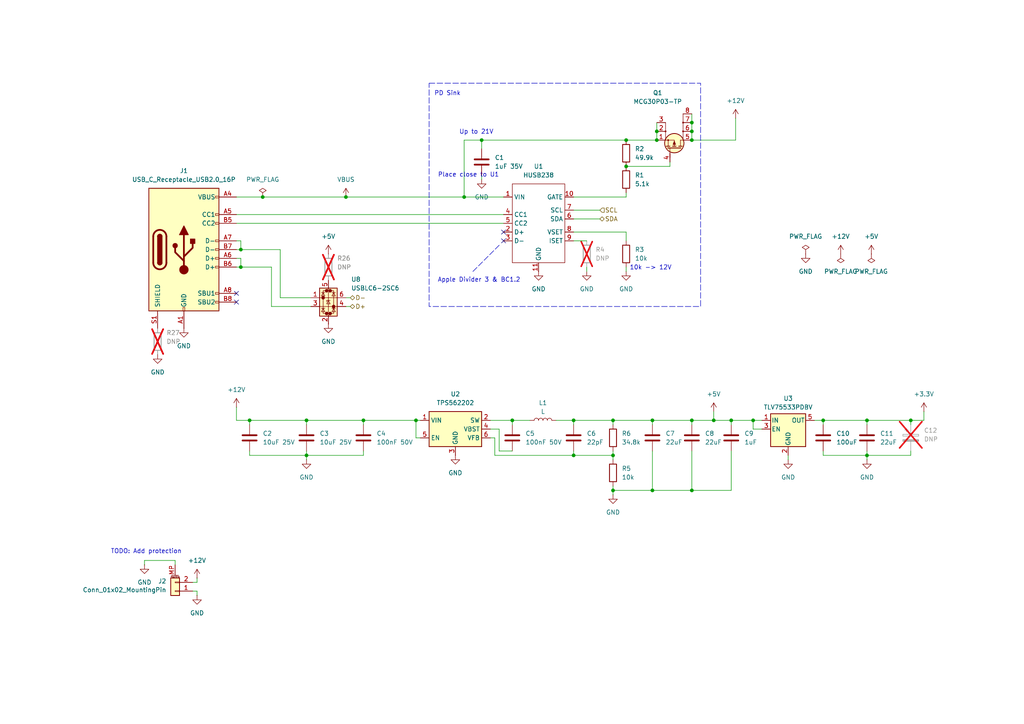
<source format=kicad_sch>
(kicad_sch
	(version 20231120)
	(generator "eeschema")
	(generator_version "8.0")
	(uuid "9797a66b-b354-4d38-8137-588bde531b14")
	(paper "A4")
	(lib_symbols
		(symbol "Connector:USB_C_Receptacle_USB2.0_16P"
			(pin_names
				(offset 1.016)
			)
			(exclude_from_sim no)
			(in_bom yes)
			(on_board yes)
			(property "Reference" "J"
				(at 0 22.225 0)
				(effects
					(font
						(size 1.27 1.27)
					)
				)
			)
			(property "Value" "USB_C_Receptacle_USB2.0_16P"
				(at 0 19.685 0)
				(effects
					(font
						(size 1.27 1.27)
					)
				)
			)
			(property "Footprint" ""
				(at 3.81 0 0)
				(effects
					(font
						(size 1.27 1.27)
					)
					(hide yes)
				)
			)
			(property "Datasheet" "https://www.usb.org/sites/default/files/documents/usb_type-c.zip"
				(at 3.81 0 0)
				(effects
					(font
						(size 1.27 1.27)
					)
					(hide yes)
				)
			)
			(property "Description" "USB 2.0-only 16P Type-C Receptacle connector"
				(at 0 0 0)
				(effects
					(font
						(size 1.27 1.27)
					)
					(hide yes)
				)
			)
			(property "ki_keywords" "usb universal serial bus type-C USB2.0"
				(at 0 0 0)
				(effects
					(font
						(size 1.27 1.27)
					)
					(hide yes)
				)
			)
			(property "ki_fp_filters" "USB*C*Receptacle*"
				(at 0 0 0)
				(effects
					(font
						(size 1.27 1.27)
					)
					(hide yes)
				)
			)
			(symbol "USB_C_Receptacle_USB2.0_16P_0_0"
				(rectangle
					(start -0.254 -17.78)
					(end 0.254 -16.764)
					(stroke
						(width 0)
						(type default)
					)
					(fill
						(type none)
					)
				)
				(rectangle
					(start 10.16 -14.986)
					(end 9.144 -15.494)
					(stroke
						(width 0)
						(type default)
					)
					(fill
						(type none)
					)
				)
				(rectangle
					(start 10.16 -12.446)
					(end 9.144 -12.954)
					(stroke
						(width 0)
						(type default)
					)
					(fill
						(type none)
					)
				)
				(rectangle
					(start 10.16 -4.826)
					(end 9.144 -5.334)
					(stroke
						(width 0)
						(type default)
					)
					(fill
						(type none)
					)
				)
				(rectangle
					(start 10.16 -2.286)
					(end 9.144 -2.794)
					(stroke
						(width 0)
						(type default)
					)
					(fill
						(type none)
					)
				)
				(rectangle
					(start 10.16 0.254)
					(end 9.144 -0.254)
					(stroke
						(width 0)
						(type default)
					)
					(fill
						(type none)
					)
				)
				(rectangle
					(start 10.16 2.794)
					(end 9.144 2.286)
					(stroke
						(width 0)
						(type default)
					)
					(fill
						(type none)
					)
				)
				(rectangle
					(start 10.16 7.874)
					(end 9.144 7.366)
					(stroke
						(width 0)
						(type default)
					)
					(fill
						(type none)
					)
				)
				(rectangle
					(start 10.16 10.414)
					(end 9.144 9.906)
					(stroke
						(width 0)
						(type default)
					)
					(fill
						(type none)
					)
				)
				(rectangle
					(start 10.16 15.494)
					(end 9.144 14.986)
					(stroke
						(width 0)
						(type default)
					)
					(fill
						(type none)
					)
				)
			)
			(symbol "USB_C_Receptacle_USB2.0_16P_0_1"
				(rectangle
					(start -10.16 17.78)
					(end 10.16 -17.78)
					(stroke
						(width 0.254)
						(type default)
					)
					(fill
						(type background)
					)
				)
				(arc
					(start -8.89 -3.81)
					(mid -6.985 -5.7067)
					(end -5.08 -3.81)
					(stroke
						(width 0.508)
						(type default)
					)
					(fill
						(type none)
					)
				)
				(arc
					(start -7.62 -3.81)
					(mid -6.985 -4.4423)
					(end -6.35 -3.81)
					(stroke
						(width 0.254)
						(type default)
					)
					(fill
						(type none)
					)
				)
				(arc
					(start -7.62 -3.81)
					(mid -6.985 -4.4423)
					(end -6.35 -3.81)
					(stroke
						(width 0.254)
						(type default)
					)
					(fill
						(type outline)
					)
				)
				(rectangle
					(start -7.62 -3.81)
					(end -6.35 3.81)
					(stroke
						(width 0.254)
						(type default)
					)
					(fill
						(type outline)
					)
				)
				(arc
					(start -6.35 3.81)
					(mid -6.985 4.4423)
					(end -7.62 3.81)
					(stroke
						(width 0.254)
						(type default)
					)
					(fill
						(type none)
					)
				)
				(arc
					(start -6.35 3.81)
					(mid -6.985 4.4423)
					(end -7.62 3.81)
					(stroke
						(width 0.254)
						(type default)
					)
					(fill
						(type outline)
					)
				)
				(arc
					(start -5.08 3.81)
					(mid -6.985 5.7067)
					(end -8.89 3.81)
					(stroke
						(width 0.508)
						(type default)
					)
					(fill
						(type none)
					)
				)
				(circle
					(center -2.54 1.143)
					(radius 0.635)
					(stroke
						(width 0.254)
						(type default)
					)
					(fill
						(type outline)
					)
				)
				(circle
					(center 0 -5.842)
					(radius 1.27)
					(stroke
						(width 0)
						(type default)
					)
					(fill
						(type outline)
					)
				)
				(polyline
					(pts
						(xy -8.89 -3.81) (xy -8.89 3.81)
					)
					(stroke
						(width 0.508)
						(type default)
					)
					(fill
						(type none)
					)
				)
				(polyline
					(pts
						(xy -5.08 3.81) (xy -5.08 -3.81)
					)
					(stroke
						(width 0.508)
						(type default)
					)
					(fill
						(type none)
					)
				)
				(polyline
					(pts
						(xy 0 -5.842) (xy 0 4.318)
					)
					(stroke
						(width 0.508)
						(type default)
					)
					(fill
						(type none)
					)
				)
				(polyline
					(pts
						(xy 0 -3.302) (xy -2.54 -0.762) (xy -2.54 0.508)
					)
					(stroke
						(width 0.508)
						(type default)
					)
					(fill
						(type none)
					)
				)
				(polyline
					(pts
						(xy 0 -2.032) (xy 2.54 0.508) (xy 2.54 1.778)
					)
					(stroke
						(width 0.508)
						(type default)
					)
					(fill
						(type none)
					)
				)
				(polyline
					(pts
						(xy -1.27 4.318) (xy 0 6.858) (xy 1.27 4.318) (xy -1.27 4.318)
					)
					(stroke
						(width 0.254)
						(type default)
					)
					(fill
						(type outline)
					)
				)
				(rectangle
					(start 1.905 1.778)
					(end 3.175 3.048)
					(stroke
						(width 0.254)
						(type default)
					)
					(fill
						(type outline)
					)
				)
			)
			(symbol "USB_C_Receptacle_USB2.0_16P_1_1"
				(pin passive line
					(at 0 -22.86 90)
					(length 5.08)
					(name "GND"
						(effects
							(font
								(size 1.27 1.27)
							)
						)
					)
					(number "A1"
						(effects
							(font
								(size 1.27 1.27)
							)
						)
					)
				)
				(pin passive line
					(at 0 -22.86 90)
					(length 5.08) hide
					(name "GND"
						(effects
							(font
								(size 1.27 1.27)
							)
						)
					)
					(number "A12"
						(effects
							(font
								(size 1.27 1.27)
							)
						)
					)
				)
				(pin passive line
					(at 15.24 15.24 180)
					(length 5.08)
					(name "VBUS"
						(effects
							(font
								(size 1.27 1.27)
							)
						)
					)
					(number "A4"
						(effects
							(font
								(size 1.27 1.27)
							)
						)
					)
				)
				(pin bidirectional line
					(at 15.24 10.16 180)
					(length 5.08)
					(name "CC1"
						(effects
							(font
								(size 1.27 1.27)
							)
						)
					)
					(number "A5"
						(effects
							(font
								(size 1.27 1.27)
							)
						)
					)
				)
				(pin bidirectional line
					(at 15.24 -2.54 180)
					(length 5.08)
					(name "D+"
						(effects
							(font
								(size 1.27 1.27)
							)
						)
					)
					(number "A6"
						(effects
							(font
								(size 1.27 1.27)
							)
						)
					)
				)
				(pin bidirectional line
					(at 15.24 2.54 180)
					(length 5.08)
					(name "D-"
						(effects
							(font
								(size 1.27 1.27)
							)
						)
					)
					(number "A7"
						(effects
							(font
								(size 1.27 1.27)
							)
						)
					)
				)
				(pin bidirectional line
					(at 15.24 -12.7 180)
					(length 5.08)
					(name "SBU1"
						(effects
							(font
								(size 1.27 1.27)
							)
						)
					)
					(number "A8"
						(effects
							(font
								(size 1.27 1.27)
							)
						)
					)
				)
				(pin passive line
					(at 15.24 15.24 180)
					(length 5.08) hide
					(name "VBUS"
						(effects
							(font
								(size 1.27 1.27)
							)
						)
					)
					(number "A9"
						(effects
							(font
								(size 1.27 1.27)
							)
						)
					)
				)
				(pin passive line
					(at 0 -22.86 90)
					(length 5.08) hide
					(name "GND"
						(effects
							(font
								(size 1.27 1.27)
							)
						)
					)
					(number "B1"
						(effects
							(font
								(size 1.27 1.27)
							)
						)
					)
				)
				(pin passive line
					(at 0 -22.86 90)
					(length 5.08) hide
					(name "GND"
						(effects
							(font
								(size 1.27 1.27)
							)
						)
					)
					(number "B12"
						(effects
							(font
								(size 1.27 1.27)
							)
						)
					)
				)
				(pin passive line
					(at 15.24 15.24 180)
					(length 5.08) hide
					(name "VBUS"
						(effects
							(font
								(size 1.27 1.27)
							)
						)
					)
					(number "B4"
						(effects
							(font
								(size 1.27 1.27)
							)
						)
					)
				)
				(pin bidirectional line
					(at 15.24 7.62 180)
					(length 5.08)
					(name "CC2"
						(effects
							(font
								(size 1.27 1.27)
							)
						)
					)
					(number "B5"
						(effects
							(font
								(size 1.27 1.27)
							)
						)
					)
				)
				(pin bidirectional line
					(at 15.24 -5.08 180)
					(length 5.08)
					(name "D+"
						(effects
							(font
								(size 1.27 1.27)
							)
						)
					)
					(number "B6"
						(effects
							(font
								(size 1.27 1.27)
							)
						)
					)
				)
				(pin bidirectional line
					(at 15.24 0 180)
					(length 5.08)
					(name "D-"
						(effects
							(font
								(size 1.27 1.27)
							)
						)
					)
					(number "B7"
						(effects
							(font
								(size 1.27 1.27)
							)
						)
					)
				)
				(pin bidirectional line
					(at 15.24 -15.24 180)
					(length 5.08)
					(name "SBU2"
						(effects
							(font
								(size 1.27 1.27)
							)
						)
					)
					(number "B8"
						(effects
							(font
								(size 1.27 1.27)
							)
						)
					)
				)
				(pin passive line
					(at 15.24 15.24 180)
					(length 5.08) hide
					(name "VBUS"
						(effects
							(font
								(size 1.27 1.27)
							)
						)
					)
					(number "B9"
						(effects
							(font
								(size 1.27 1.27)
							)
						)
					)
				)
				(pin passive line
					(at -7.62 -22.86 90)
					(length 5.08)
					(name "SHIELD"
						(effects
							(font
								(size 1.27 1.27)
							)
						)
					)
					(number "S1"
						(effects
							(font
								(size 1.27 1.27)
							)
						)
					)
				)
			)
		)
		(symbol "Connector_Generic_MountingPin:Conn_01x02_MountingPin"
			(pin_names
				(offset 1.016) hide)
			(exclude_from_sim no)
			(in_bom yes)
			(on_board yes)
			(property "Reference" "J"
				(at 0 2.54 0)
				(effects
					(font
						(size 1.27 1.27)
					)
				)
			)
			(property "Value" "Conn_01x02_MountingPin"
				(at 1.27 -5.08 0)
				(effects
					(font
						(size 1.27 1.27)
					)
					(justify left)
				)
			)
			(property "Footprint" ""
				(at 0 0 0)
				(effects
					(font
						(size 1.27 1.27)
					)
					(hide yes)
				)
			)
			(property "Datasheet" "~"
				(at 0 0 0)
				(effects
					(font
						(size 1.27 1.27)
					)
					(hide yes)
				)
			)
			(property "Description" "Generic connectable mounting pin connector, single row, 01x02, script generated (kicad-library-utils/schlib/autogen/connector/)"
				(at 0 0 0)
				(effects
					(font
						(size 1.27 1.27)
					)
					(hide yes)
				)
			)
			(property "ki_keywords" "connector"
				(at 0 0 0)
				(effects
					(font
						(size 1.27 1.27)
					)
					(hide yes)
				)
			)
			(property "ki_fp_filters" "Connector*:*_1x??-1MP*"
				(at 0 0 0)
				(effects
					(font
						(size 1.27 1.27)
					)
					(hide yes)
				)
			)
			(symbol "Conn_01x02_MountingPin_1_1"
				(rectangle
					(start -1.27 -2.413)
					(end 0 -2.667)
					(stroke
						(width 0.1524)
						(type default)
					)
					(fill
						(type none)
					)
				)
				(rectangle
					(start -1.27 0.127)
					(end 0 -0.127)
					(stroke
						(width 0.1524)
						(type default)
					)
					(fill
						(type none)
					)
				)
				(rectangle
					(start -1.27 1.27)
					(end 1.27 -3.81)
					(stroke
						(width 0.254)
						(type default)
					)
					(fill
						(type background)
					)
				)
				(polyline
					(pts
						(xy -1.016 -4.572) (xy 1.016 -4.572)
					)
					(stroke
						(width 0.1524)
						(type default)
					)
					(fill
						(type none)
					)
				)
				(text "Mounting"
					(at 0 -4.191 0)
					(effects
						(font
							(size 0.381 0.381)
						)
					)
				)
				(pin passive line
					(at -5.08 0 0)
					(length 3.81)
					(name "Pin_1"
						(effects
							(font
								(size 1.27 1.27)
							)
						)
					)
					(number "1"
						(effects
							(font
								(size 1.27 1.27)
							)
						)
					)
				)
				(pin passive line
					(at -5.08 -2.54 0)
					(length 3.81)
					(name "Pin_2"
						(effects
							(font
								(size 1.27 1.27)
							)
						)
					)
					(number "2"
						(effects
							(font
								(size 1.27 1.27)
							)
						)
					)
				)
				(pin passive line
					(at 0 -7.62 90)
					(length 3.048)
					(name "MountPin"
						(effects
							(font
								(size 1.27 1.27)
							)
						)
					)
					(number "MP"
						(effects
							(font
								(size 1.27 1.27)
							)
						)
					)
				)
			)
		)
		(symbol "Device:C"
			(pin_numbers hide)
			(pin_names
				(offset 0.254)
			)
			(exclude_from_sim no)
			(in_bom yes)
			(on_board yes)
			(property "Reference" "C"
				(at 0.635 2.54 0)
				(effects
					(font
						(size 1.27 1.27)
					)
					(justify left)
				)
			)
			(property "Value" "C"
				(at 0.635 -2.54 0)
				(effects
					(font
						(size 1.27 1.27)
					)
					(justify left)
				)
			)
			(property "Footprint" ""
				(at 0.9652 -3.81 0)
				(effects
					(font
						(size 1.27 1.27)
					)
					(hide yes)
				)
			)
			(property "Datasheet" "~"
				(at 0 0 0)
				(effects
					(font
						(size 1.27 1.27)
					)
					(hide yes)
				)
			)
			(property "Description" "Unpolarized capacitor"
				(at 0 0 0)
				(effects
					(font
						(size 1.27 1.27)
					)
					(hide yes)
				)
			)
			(property "ki_keywords" "cap capacitor"
				(at 0 0 0)
				(effects
					(font
						(size 1.27 1.27)
					)
					(hide yes)
				)
			)
			(property "ki_fp_filters" "C_*"
				(at 0 0 0)
				(effects
					(font
						(size 1.27 1.27)
					)
					(hide yes)
				)
			)
			(symbol "C_0_1"
				(polyline
					(pts
						(xy -2.032 -0.762) (xy 2.032 -0.762)
					)
					(stroke
						(width 0.508)
						(type default)
					)
					(fill
						(type none)
					)
				)
				(polyline
					(pts
						(xy -2.032 0.762) (xy 2.032 0.762)
					)
					(stroke
						(width 0.508)
						(type default)
					)
					(fill
						(type none)
					)
				)
			)
			(symbol "C_1_1"
				(pin passive line
					(at 0 3.81 270)
					(length 2.794)
					(name "~"
						(effects
							(font
								(size 1.27 1.27)
							)
						)
					)
					(number "1"
						(effects
							(font
								(size 1.27 1.27)
							)
						)
					)
				)
				(pin passive line
					(at 0 -3.81 90)
					(length 2.794)
					(name "~"
						(effects
							(font
								(size 1.27 1.27)
							)
						)
					)
					(number "2"
						(effects
							(font
								(size 1.27 1.27)
							)
						)
					)
				)
			)
		)
		(symbol "Device:C_Polarized"
			(pin_numbers hide)
			(pin_names
				(offset 0.254)
			)
			(exclude_from_sim no)
			(in_bom yes)
			(on_board yes)
			(property "Reference" "C"
				(at 0.635 2.54 0)
				(effects
					(font
						(size 1.27 1.27)
					)
					(justify left)
				)
			)
			(property "Value" "C_Polarized"
				(at 0.635 -2.54 0)
				(effects
					(font
						(size 1.27 1.27)
					)
					(justify left)
				)
			)
			(property "Footprint" ""
				(at 0.9652 -3.81 0)
				(effects
					(font
						(size 1.27 1.27)
					)
					(hide yes)
				)
			)
			(property "Datasheet" "~"
				(at 0 0 0)
				(effects
					(font
						(size 1.27 1.27)
					)
					(hide yes)
				)
			)
			(property "Description" "Polarized capacitor"
				(at 0 0 0)
				(effects
					(font
						(size 1.27 1.27)
					)
					(hide yes)
				)
			)
			(property "ki_keywords" "cap capacitor"
				(at 0 0 0)
				(effects
					(font
						(size 1.27 1.27)
					)
					(hide yes)
				)
			)
			(property "ki_fp_filters" "CP_*"
				(at 0 0 0)
				(effects
					(font
						(size 1.27 1.27)
					)
					(hide yes)
				)
			)
			(symbol "C_Polarized_0_1"
				(rectangle
					(start -2.286 0.508)
					(end 2.286 1.016)
					(stroke
						(width 0)
						(type default)
					)
					(fill
						(type none)
					)
				)
				(polyline
					(pts
						(xy -1.778 2.286) (xy -0.762 2.286)
					)
					(stroke
						(width 0)
						(type default)
					)
					(fill
						(type none)
					)
				)
				(polyline
					(pts
						(xy -1.27 2.794) (xy -1.27 1.778)
					)
					(stroke
						(width 0)
						(type default)
					)
					(fill
						(type none)
					)
				)
				(rectangle
					(start 2.286 -0.508)
					(end -2.286 -1.016)
					(stroke
						(width 0)
						(type default)
					)
					(fill
						(type outline)
					)
				)
			)
			(symbol "C_Polarized_1_1"
				(pin passive line
					(at 0 3.81 270)
					(length 2.794)
					(name "~"
						(effects
							(font
								(size 1.27 1.27)
							)
						)
					)
					(number "1"
						(effects
							(font
								(size 1.27 1.27)
							)
						)
					)
				)
				(pin passive line
					(at 0 -3.81 90)
					(length 2.794)
					(name "~"
						(effects
							(font
								(size 1.27 1.27)
							)
						)
					)
					(number "2"
						(effects
							(font
								(size 1.27 1.27)
							)
						)
					)
				)
			)
		)
		(symbol "Device:L"
			(pin_numbers hide)
			(pin_names
				(offset 1.016) hide)
			(exclude_from_sim no)
			(in_bom yes)
			(on_board yes)
			(property "Reference" "L"
				(at -1.27 0 90)
				(effects
					(font
						(size 1.27 1.27)
					)
				)
			)
			(property "Value" "L"
				(at 1.905 0 90)
				(effects
					(font
						(size 1.27 1.27)
					)
				)
			)
			(property "Footprint" ""
				(at 0 0 0)
				(effects
					(font
						(size 1.27 1.27)
					)
					(hide yes)
				)
			)
			(property "Datasheet" "~"
				(at 0 0 0)
				(effects
					(font
						(size 1.27 1.27)
					)
					(hide yes)
				)
			)
			(property "Description" "Inductor"
				(at 0 0 0)
				(effects
					(font
						(size 1.27 1.27)
					)
					(hide yes)
				)
			)
			(property "ki_keywords" "inductor choke coil reactor magnetic"
				(at 0 0 0)
				(effects
					(font
						(size 1.27 1.27)
					)
					(hide yes)
				)
			)
			(property "ki_fp_filters" "Choke_* *Coil* Inductor_* L_*"
				(at 0 0 0)
				(effects
					(font
						(size 1.27 1.27)
					)
					(hide yes)
				)
			)
			(symbol "L_0_1"
				(arc
					(start 0 -2.54)
					(mid 0.6323 -1.905)
					(end 0 -1.27)
					(stroke
						(width 0)
						(type default)
					)
					(fill
						(type none)
					)
				)
				(arc
					(start 0 -1.27)
					(mid 0.6323 -0.635)
					(end 0 0)
					(stroke
						(width 0)
						(type default)
					)
					(fill
						(type none)
					)
				)
				(arc
					(start 0 0)
					(mid 0.6323 0.635)
					(end 0 1.27)
					(stroke
						(width 0)
						(type default)
					)
					(fill
						(type none)
					)
				)
				(arc
					(start 0 1.27)
					(mid 0.6323 1.905)
					(end 0 2.54)
					(stroke
						(width 0)
						(type default)
					)
					(fill
						(type none)
					)
				)
			)
			(symbol "L_1_1"
				(pin passive line
					(at 0 3.81 270)
					(length 1.27)
					(name "1"
						(effects
							(font
								(size 1.27 1.27)
							)
						)
					)
					(number "1"
						(effects
							(font
								(size 1.27 1.27)
							)
						)
					)
				)
				(pin passive line
					(at 0 -3.81 90)
					(length 1.27)
					(name "2"
						(effects
							(font
								(size 1.27 1.27)
							)
						)
					)
					(number "2"
						(effects
							(font
								(size 1.27 1.27)
							)
						)
					)
				)
			)
		)
		(symbol "Device:R"
			(pin_numbers hide)
			(pin_names
				(offset 0)
			)
			(exclude_from_sim no)
			(in_bom yes)
			(on_board yes)
			(property "Reference" "R"
				(at 2.032 0 90)
				(effects
					(font
						(size 1.27 1.27)
					)
				)
			)
			(property "Value" "R"
				(at 0 0 90)
				(effects
					(font
						(size 1.27 1.27)
					)
				)
			)
			(property "Footprint" ""
				(at -1.778 0 90)
				(effects
					(font
						(size 1.27 1.27)
					)
					(hide yes)
				)
			)
			(property "Datasheet" "~"
				(at 0 0 0)
				(effects
					(font
						(size 1.27 1.27)
					)
					(hide yes)
				)
			)
			(property "Description" "Resistor"
				(at 0 0 0)
				(effects
					(font
						(size 1.27 1.27)
					)
					(hide yes)
				)
			)
			(property "ki_keywords" "R res resistor"
				(at 0 0 0)
				(effects
					(font
						(size 1.27 1.27)
					)
					(hide yes)
				)
			)
			(property "ki_fp_filters" "R_*"
				(at 0 0 0)
				(effects
					(font
						(size 1.27 1.27)
					)
					(hide yes)
				)
			)
			(symbol "R_0_1"
				(rectangle
					(start -1.016 -2.54)
					(end 1.016 2.54)
					(stroke
						(width 0.254)
						(type default)
					)
					(fill
						(type none)
					)
				)
			)
			(symbol "R_1_1"
				(pin passive line
					(at 0 3.81 270)
					(length 1.27)
					(name "~"
						(effects
							(font
								(size 1.27 1.27)
							)
						)
					)
					(number "1"
						(effects
							(font
								(size 1.27 1.27)
							)
						)
					)
				)
				(pin passive line
					(at 0 -3.81 90)
					(length 1.27)
					(name "~"
						(effects
							(font
								(size 1.27 1.27)
							)
						)
					)
					(number "2"
						(effects
							(font
								(size 1.27 1.27)
							)
						)
					)
				)
			)
		)
		(symbol "PCM_Transistor_MOSFET_AKL:Q_PMOS-E_Generic_SSSGDDDD"
			(pin_names hide)
			(exclude_from_sim no)
			(in_bom yes)
			(on_board yes)
			(property "Reference" "Q"
				(at 5.08 1.27 0)
				(effects
					(font
						(size 1.27 1.27)
					)
					(justify left)
				)
			)
			(property "Value" "Q_PMOS-E_Generic_SSSGDDDD"
				(at 5.08 -1.27 0)
				(effects
					(font
						(size 1.27 1.27)
					)
					(justify left)
				)
			)
			(property "Footprint" ""
				(at 5.08 -2.54 0)
				(effects
					(font
						(size 1.27 1.27)
					)
					(hide yes)
				)
			)
			(property "Datasheet" "~"
				(at 0 0 0)
				(effects
					(font
						(size 1.27 1.27)
					)
					(hide yes)
				)
			)
			(property "Description" "P-MOSFET enchancement mode transistor, generic symbol, Alternate KiCAD Library"
				(at 0 0 0)
				(effects
					(font
						(size 1.27 1.27)
					)
					(hide yes)
				)
			)
			(property "ki_keywords" "enchancement mosfet pmosfet p-mosfet pmos p-mos emos emosfet generic"
				(at 0 0 0)
				(effects
					(font
						(size 1.27 1.27)
					)
					(hide yes)
				)
			)
			(symbol "Q_PMOS-E_Generic_SSSGDDDD_0_1"
				(polyline
					(pts
						(xy 0.254 -1.905) (xy 0.254 1.905)
					)
					(stroke
						(width 0.254)
						(type default)
					)
					(fill
						(type none)
					)
				)
				(polyline
					(pts
						(xy 0.254 1.27) (xy -2.54 1.27)
					)
					(stroke
						(width 0)
						(type default)
					)
					(fill
						(type none)
					)
				)
				(polyline
					(pts
						(xy 0.762 -2.286) (xy 0.762 -1.27)
					)
					(stroke
						(width 0.254)
						(type default)
					)
					(fill
						(type none)
					)
				)
				(polyline
					(pts
						(xy 0.762 -1.778) (xy 2.54 -1.778)
					)
					(stroke
						(width 0)
						(type default)
					)
					(fill
						(type none)
					)
				)
				(polyline
					(pts
						(xy 0.762 -0.508) (xy 0.762 0.508)
					)
					(stroke
						(width 0.254)
						(type default)
					)
					(fill
						(type none)
					)
				)
				(polyline
					(pts
						(xy 0.762 1.27) (xy 0.762 2.286)
					)
					(stroke
						(width 0.254)
						(type default)
					)
					(fill
						(type none)
					)
				)
				(polyline
					(pts
						(xy 0.762 1.778) (xy 2.54 1.778)
					)
					(stroke
						(width 0)
						(type default)
					)
					(fill
						(type none)
					)
				)
				(polyline
					(pts
						(xy 2.54 -2.54) (xy 2.54 -1.778)
					)
					(stroke
						(width 0)
						(type default)
					)
					(fill
						(type none)
					)
				)
				(polyline
					(pts
						(xy 2.54 2.54) (xy 7.62 2.54)
					)
					(stroke
						(width 0)
						(type default)
					)
					(fill
						(type none)
					)
				)
				(polyline
					(pts
						(xy 7.62 -2.54) (xy 2.54 -2.54)
					)
					(stroke
						(width 0)
						(type default)
					)
					(fill
						(type none)
					)
				)
				(polyline
					(pts
						(xy 7.62 -2.54) (xy 10.16 -2.54)
					)
					(stroke
						(width 0)
						(type default)
					)
					(fill
						(type none)
					)
				)
				(polyline
					(pts
						(xy 2.54 2.54) (xy 2.54 0) (xy 0.762 0)
					)
					(stroke
						(width 0)
						(type default)
					)
					(fill
						(type none)
					)
				)
				(polyline
					(pts
						(xy 2.286 0) (xy 1.27 -0.381) (xy 1.27 0.381) (xy 2.286 0)
					)
					(stroke
						(width 0)
						(type default)
					)
					(fill
						(type outline)
					)
				)
				(circle
					(center 5.08 -2.54)
					(radius 0.1778)
					(stroke
						(width 0)
						(type default)
					)
					(fill
						(type outline)
					)
				)
				(circle
					(center 5.08 2.54)
					(radius 0.1778)
					(stroke
						(width 0)
						(type default)
					)
					(fill
						(type outline)
					)
				)
				(circle
					(center 7.62 -2.54)
					(radius 0.1778)
					(stroke
						(width 0)
						(type default)
					)
					(fill
						(type outline)
					)
				)
			)
			(symbol "Q_PMOS-E_Generic_SSSGDDDD_1_1"
				(circle
					(center 1.651 0)
					(radius 2.794)
					(stroke
						(width 0.254)
						(type default)
					)
					(fill
						(type background)
					)
				)
				(circle
					(center 2.54 1.778)
					(radius 0.1778)
					(stroke
						(width 0)
						(type default)
					)
					(fill
						(type outline)
					)
				)
				(pin passive line
					(at 2.54 5.08 270)
					(length 2.54)
					(name "S"
						(effects
							(font
								(size 1.27 1.27)
							)
						)
					)
					(number "1"
						(effects
							(font
								(size 1.27 1.27)
							)
						)
					)
				)
				(pin passive line
					(at 5.08 5.08 270)
					(length 2.54)
					(name "S"
						(effects
							(font
								(size 1.27 1.27)
							)
						)
					)
					(number "2"
						(effects
							(font
								(size 1.27 1.27)
							)
						)
					)
				)
				(pin passive line
					(at 7.62 5.08 270)
					(length 2.54)
					(name "S"
						(effects
							(font
								(size 1.27 1.27)
							)
						)
					)
					(number "3"
						(effects
							(font
								(size 1.27 1.27)
							)
						)
					)
				)
				(pin input line
					(at -3.81 1.27 0)
					(length 2.54)
					(name "G"
						(effects
							(font
								(size 1.27 1.27)
							)
						)
					)
					(number "4"
						(effects
							(font
								(size 1.27 1.27)
							)
						)
					)
				)
				(pin passive line
					(at 2.54 -5.08 90)
					(length 2.54)
					(name "D"
						(effects
							(font
								(size 1.27 1.27)
							)
						)
					)
					(number "5"
						(effects
							(font
								(size 1.27 1.27)
							)
						)
					)
				)
				(pin passive line
					(at 5.08 -5.08 90)
					(length 2.54)
					(name "D"
						(effects
							(font
								(size 1.27 1.27)
							)
						)
					)
					(number "6"
						(effects
							(font
								(size 1.27 1.27)
							)
						)
					)
				)
				(pin passive line
					(at 7.62 -5.08 90)
					(length 2.54)
					(name "D"
						(effects
							(font
								(size 1.27 1.27)
							)
						)
					)
					(number "7"
						(effects
							(font
								(size 1.27 1.27)
							)
						)
					)
				)
				(pin passive line
					(at 10.16 -5.08 90)
					(length 2.54)
					(name "D"
						(effects
							(font
								(size 1.27 1.27)
							)
						)
					)
					(number "8"
						(effects
							(font
								(size 1.27 1.27)
							)
						)
					)
				)
			)
		)
		(symbol "Power_Protection:USBLC6-2SC6"
			(pin_names hide)
			(exclude_from_sim no)
			(in_bom yes)
			(on_board yes)
			(property "Reference" "U"
				(at 0.635 5.715 0)
				(effects
					(font
						(size 1.27 1.27)
					)
					(justify left)
				)
			)
			(property "Value" "USBLC6-2SC6"
				(at 0.635 3.81 0)
				(effects
					(font
						(size 1.27 1.27)
					)
					(justify left)
				)
			)
			(property "Footprint" "Package_TO_SOT_SMD:SOT-23-6"
				(at 1.27 -6.35 0)
				(effects
					(font
						(size 1.27 1.27)
						(italic yes)
					)
					(justify left)
					(hide yes)
				)
			)
			(property "Datasheet" "https://www.st.com/resource/en/datasheet/usblc6-2.pdf"
				(at 1.27 -8.255 0)
				(effects
					(font
						(size 1.27 1.27)
					)
					(justify left)
					(hide yes)
				)
			)
			(property "Description" "Very low capacitance ESD protection diode, 2 data-line, SOT-23-6"
				(at 0 0 0)
				(effects
					(font
						(size 1.27 1.27)
					)
					(hide yes)
				)
			)
			(property "ki_keywords" "usb ethernet video"
				(at 0 0 0)
				(effects
					(font
						(size 1.27 1.27)
					)
					(hide yes)
				)
			)
			(property "ki_fp_filters" "SOT?23*"
				(at 0 0 0)
				(effects
					(font
						(size 1.27 1.27)
					)
					(hide yes)
				)
			)
			(symbol "USBLC6-2SC6_0_0"
				(circle
					(center -1.524 0)
					(radius 0.0001)
					(stroke
						(width 0.508)
						(type default)
					)
					(fill
						(type none)
					)
				)
				(circle
					(center -0.508 -4.572)
					(radius 0.0001)
					(stroke
						(width 0.508)
						(type default)
					)
					(fill
						(type none)
					)
				)
				(circle
					(center -0.508 2.032)
					(radius 0.0001)
					(stroke
						(width 0.508)
						(type default)
					)
					(fill
						(type none)
					)
				)
				(circle
					(center 0.508 -4.572)
					(radius 0.0001)
					(stroke
						(width 0.508)
						(type default)
					)
					(fill
						(type none)
					)
				)
				(circle
					(center 0.508 2.032)
					(radius 0.0001)
					(stroke
						(width 0.508)
						(type default)
					)
					(fill
						(type none)
					)
				)
				(circle
					(center 1.524 -2.54)
					(radius 0.0001)
					(stroke
						(width 0.508)
						(type default)
					)
					(fill
						(type none)
					)
				)
			)
			(symbol "USBLC6-2SC6_0_1"
				(polyline
					(pts
						(xy -2.54 -2.54) (xy 2.54 -2.54)
					)
					(stroke
						(width 0)
						(type default)
					)
					(fill
						(type none)
					)
				)
				(polyline
					(pts
						(xy -2.54 0) (xy 2.54 0)
					)
					(stroke
						(width 0)
						(type default)
					)
					(fill
						(type none)
					)
				)
				(polyline
					(pts
						(xy -2.032 -3.048) (xy -1.016 -3.048)
					)
					(stroke
						(width 0)
						(type default)
					)
					(fill
						(type none)
					)
				)
				(polyline
					(pts
						(xy -1.016 1.524) (xy -2.032 1.524)
					)
					(stroke
						(width 0)
						(type default)
					)
					(fill
						(type none)
					)
				)
				(polyline
					(pts
						(xy 1.016 -3.048) (xy 2.032 -3.048)
					)
					(stroke
						(width 0)
						(type default)
					)
					(fill
						(type none)
					)
				)
				(polyline
					(pts
						(xy 1.016 1.524) (xy 2.032 1.524)
					)
					(stroke
						(width 0)
						(type default)
					)
					(fill
						(type none)
					)
				)
				(polyline
					(pts
						(xy -0.508 -1.143) (xy -0.508 -0.762) (xy 0.508 -0.762)
					)
					(stroke
						(width 0)
						(type default)
					)
					(fill
						(type none)
					)
				)
				(polyline
					(pts
						(xy -2.032 0.508) (xy -1.016 0.508) (xy -1.524 1.524) (xy -2.032 0.508)
					)
					(stroke
						(width 0)
						(type default)
					)
					(fill
						(type none)
					)
				)
				(polyline
					(pts
						(xy -1.016 -4.064) (xy -2.032 -4.064) (xy -1.524 -3.048) (xy -1.016 -4.064)
					)
					(stroke
						(width 0)
						(type default)
					)
					(fill
						(type none)
					)
				)
				(polyline
					(pts
						(xy 0.508 -1.778) (xy -0.508 -1.778) (xy 0 -0.762) (xy 0.508 -1.778)
					)
					(stroke
						(width 0)
						(type default)
					)
					(fill
						(type none)
					)
				)
				(polyline
					(pts
						(xy 2.032 -4.064) (xy 1.016 -4.064) (xy 1.524 -3.048) (xy 2.032 -4.064)
					)
					(stroke
						(width 0)
						(type default)
					)
					(fill
						(type none)
					)
				)
				(polyline
					(pts
						(xy 2.032 0.508) (xy 1.016 0.508) (xy 1.524 1.524) (xy 2.032 0.508)
					)
					(stroke
						(width 0)
						(type default)
					)
					(fill
						(type none)
					)
				)
				(polyline
					(pts
						(xy 0 2.54) (xy -0.508 2.032) (xy 0.508 2.032) (xy 0 1.524) (xy 0 -4.064) (xy -0.508 -4.572) (xy 0.508 -4.572)
						(xy 0 -5.08)
					)
					(stroke
						(width 0)
						(type default)
					)
					(fill
						(type none)
					)
				)
			)
			(symbol "USBLC6-2SC6_1_1"
				(rectangle
					(start -2.54 2.794)
					(end 2.54 -5.334)
					(stroke
						(width 0.254)
						(type default)
					)
					(fill
						(type background)
					)
				)
				(polyline
					(pts
						(xy -0.508 2.032) (xy -1.524 2.032) (xy -1.524 -4.572) (xy -0.508 -4.572)
					)
					(stroke
						(width 0)
						(type default)
					)
					(fill
						(type none)
					)
				)
				(polyline
					(pts
						(xy 0.508 -4.572) (xy 1.524 -4.572) (xy 1.524 2.032) (xy 0.508 2.032)
					)
					(stroke
						(width 0)
						(type default)
					)
					(fill
						(type none)
					)
				)
				(pin passive line
					(at -5.08 0 0)
					(length 2.54)
					(name "I/O1"
						(effects
							(font
								(size 1.27 1.27)
							)
						)
					)
					(number "1"
						(effects
							(font
								(size 1.27 1.27)
							)
						)
					)
				)
				(pin passive line
					(at 0 -7.62 90)
					(length 2.54)
					(name "GND"
						(effects
							(font
								(size 1.27 1.27)
							)
						)
					)
					(number "2"
						(effects
							(font
								(size 1.27 1.27)
							)
						)
					)
				)
				(pin passive line
					(at -5.08 -2.54 0)
					(length 2.54)
					(name "I/O2"
						(effects
							(font
								(size 1.27 1.27)
							)
						)
					)
					(number "3"
						(effects
							(font
								(size 1.27 1.27)
							)
						)
					)
				)
				(pin passive line
					(at 5.08 -2.54 180)
					(length 2.54)
					(name "I/O2"
						(effects
							(font
								(size 1.27 1.27)
							)
						)
					)
					(number "4"
						(effects
							(font
								(size 1.27 1.27)
							)
						)
					)
				)
				(pin passive line
					(at 0 5.08 270)
					(length 2.54)
					(name "VBUS"
						(effects
							(font
								(size 1.27 1.27)
							)
						)
					)
					(number "5"
						(effects
							(font
								(size 1.27 1.27)
							)
						)
					)
				)
				(pin passive line
					(at 5.08 0 180)
					(length 2.54)
					(name "I/O1"
						(effects
							(font
								(size 1.27 1.27)
							)
						)
					)
					(number "6"
						(effects
							(font
								(size 1.27 1.27)
							)
						)
					)
				)
			)
		)
		(symbol "Regulator_Linear:TLV75533PDBV"
			(pin_names
				(offset 0.254)
			)
			(exclude_from_sim no)
			(in_bom yes)
			(on_board yes)
			(property "Reference" "U"
				(at -3.81 5.715 0)
				(effects
					(font
						(size 1.27 1.27)
					)
				)
			)
			(property "Value" "TLV75533PDBV"
				(at 0 5.715 0)
				(effects
					(font
						(size 1.27 1.27)
					)
					(justify left)
				)
			)
			(property "Footprint" "Package_TO_SOT_SMD:SOT-23-5"
				(at 0 8.255 0)
				(effects
					(font
						(size 1.27 1.27)
						(italic yes)
					)
					(hide yes)
				)
			)
			(property "Datasheet" "http://www.ti.com/lit/ds/symlink/tlv755p.pdf"
				(at 0 1.27 0)
				(effects
					(font
						(size 1.27 1.27)
					)
					(hide yes)
				)
			)
			(property "Description" "500mA Low Dropout Voltage Regulator, Fixed Output 3.3V, SOT-23-5"
				(at 0 0 0)
				(effects
					(font
						(size 1.27 1.27)
					)
					(hide yes)
				)
			)
			(property "ki_keywords" "LDO Regulator Fixed Positive"
				(at 0 0 0)
				(effects
					(font
						(size 1.27 1.27)
					)
					(hide yes)
				)
			)
			(property "ki_fp_filters" "SOT?23*"
				(at 0 0 0)
				(effects
					(font
						(size 1.27 1.27)
					)
					(hide yes)
				)
			)
			(symbol "TLV75533PDBV_0_1"
				(rectangle
					(start -5.08 4.445)
					(end 5.08 -5.08)
					(stroke
						(width 0.254)
						(type default)
					)
					(fill
						(type background)
					)
				)
			)
			(symbol "TLV75533PDBV_1_1"
				(pin power_in line
					(at -7.62 2.54 0)
					(length 2.54)
					(name "IN"
						(effects
							(font
								(size 1.27 1.27)
							)
						)
					)
					(number "1"
						(effects
							(font
								(size 1.27 1.27)
							)
						)
					)
				)
				(pin power_in line
					(at 0 -7.62 90)
					(length 2.54)
					(name "GND"
						(effects
							(font
								(size 1.27 1.27)
							)
						)
					)
					(number "2"
						(effects
							(font
								(size 1.27 1.27)
							)
						)
					)
				)
				(pin input line
					(at -7.62 0 0)
					(length 2.54)
					(name "EN"
						(effects
							(font
								(size 1.27 1.27)
							)
						)
					)
					(number "3"
						(effects
							(font
								(size 1.27 1.27)
							)
						)
					)
				)
				(pin no_connect line
					(at 5.08 0 180)
					(length 2.54) hide
					(name "NC"
						(effects
							(font
								(size 1.27 1.27)
							)
						)
					)
					(number "4"
						(effects
							(font
								(size 1.27 1.27)
							)
						)
					)
				)
				(pin power_out line
					(at 7.62 2.54 180)
					(length 2.54)
					(name "OUT"
						(effects
							(font
								(size 1.27 1.27)
							)
						)
					)
					(number "5"
						(effects
							(font
								(size 1.27 1.27)
							)
						)
					)
				)
			)
		)
		(symbol "Regulator_Switching:TPS562202"
			(exclude_from_sim no)
			(in_bom yes)
			(on_board yes)
			(property "Reference" "U"
				(at -7.62 6.35 0)
				(effects
					(font
						(size 1.27 1.27)
					)
					(justify left)
				)
			)
			(property "Value" "TPS562202"
				(at -2.54 6.35 0)
				(effects
					(font
						(size 1.27 1.27)
					)
					(justify left)
				)
			)
			(property "Footprint" "Package_TO_SOT_SMD:SOT-563"
				(at 1.27 -6.35 0)
				(effects
					(font
						(size 1.27 1.27)
					)
					(justify left)
					(hide yes)
				)
			)
			(property "Datasheet" "https://www.ti.com/lit/gpn/tps562202"
				(at 0 0 0)
				(effects
					(font
						(size 1.27 1.27)
					)
					(hide yes)
				)
			)
			(property "Description" "2A Synchronous Step-Down Voltage Regulator 580kHz, adjustable output voltage, 4.5-17V Input Voltage, 0.804V-7V Output Voltage, SOT-563"
				(at 0 0 0)
				(effects
					(font
						(size 1.27 1.27)
					)
					(hide yes)
				)
			)
			(property "ki_keywords" "step-down dcdc buck"
				(at 0 0 0)
				(effects
					(font
						(size 1.27 1.27)
					)
					(hide yes)
				)
			)
			(property "ki_fp_filters" "SOT?563*"
				(at 0 0 0)
				(effects
					(font
						(size 1.27 1.27)
					)
					(hide yes)
				)
			)
			(symbol "TPS562202_0_1"
				(rectangle
					(start -7.62 5.08)
					(end 7.62 -5.08)
					(stroke
						(width 0.254)
						(type default)
					)
					(fill
						(type background)
					)
				)
			)
			(symbol "TPS562202_1_1"
				(pin power_in line
					(at -10.16 2.54 0)
					(length 2.54)
					(name "VIN"
						(effects
							(font
								(size 1.27 1.27)
							)
						)
					)
					(number "1"
						(effects
							(font
								(size 1.27 1.27)
							)
						)
					)
				)
				(pin output line
					(at 10.16 2.54 180)
					(length 2.54)
					(name "SW"
						(effects
							(font
								(size 1.27 1.27)
							)
						)
					)
					(number "2"
						(effects
							(font
								(size 1.27 1.27)
							)
						)
					)
				)
				(pin power_in line
					(at 0 -7.62 90)
					(length 2.54)
					(name "GND"
						(effects
							(font
								(size 1.27 1.27)
							)
						)
					)
					(number "3"
						(effects
							(font
								(size 1.27 1.27)
							)
						)
					)
				)
				(pin passive line
					(at 10.16 0 180)
					(length 2.54)
					(name "VBST"
						(effects
							(font
								(size 1.27 1.27)
							)
						)
					)
					(number "4"
						(effects
							(font
								(size 1.27 1.27)
							)
						)
					)
				)
				(pin input line
					(at -10.16 -2.54 0)
					(length 2.54)
					(name "EN"
						(effects
							(font
								(size 1.27 1.27)
							)
						)
					)
					(number "5"
						(effects
							(font
								(size 1.27 1.27)
							)
						)
					)
				)
				(pin input line
					(at 10.16 -2.54 180)
					(length 2.54)
					(name "VFB"
						(effects
							(font
								(size 1.27 1.27)
							)
						)
					)
					(number "6"
						(effects
							(font
								(size 1.27 1.27)
							)
						)
					)
				)
			)
		)
		(symbol "library:HUSB238"
			(exclude_from_sim no)
			(in_bom yes)
			(on_board yes)
			(property "Reference" "U?"
				(at -5.334 9.906 0)
				(effects
					(font
						(size 1.27 1.27)
					)
				)
			)
			(property "Value" "HUSB238"
				(at 2.286 9.906 0)
				(effects
					(font
						(size 1.27 1.27)
					)
				)
			)
			(property "Footprint" "Package_DFN_QFN:DFN-10-1EP_3x3mm_P0.5mm_EP1.7x2.5mm"
				(at 37.084 -17.526 0)
				(effects
					(font
						(size 1.27 1.27)
					)
					(hide yes)
				)
			)
			(property "Datasheet" "https://www.lcsc.com/datasheet/lcsc_datasheet_2404071728_Hynetek-HUSB238-002DD_C7471904.pdf"
				(at 54.356 -20.32 0)
				(effects
					(font
						(size 1.27 1.27)
					)
					(hide yes)
				)
			)
			(property "Description" ""
				(at 0 0 0)
				(effects
					(font
						(size 1.27 1.27)
					)
					(hide yes)
				)
			)
			(symbol "HUSB238_0_1"
				(rectangle
					(start -7.62 8.89)
					(end 7.62 -13.97)
					(stroke
						(width 0)
						(type default)
					)
					(fill
						(type none)
					)
				)
			)
			(symbol "HUSB238_1_1"
				(pin power_in line
					(at -10.16 5.08 0)
					(length 2.54)
					(name "VIN"
						(effects
							(font
								(size 1.27 1.27)
							)
						)
					)
					(number "1"
						(effects
							(font
								(size 1.27 1.27)
							)
						)
					)
				)
				(pin output line
					(at 10.16 5.08 180)
					(length 2.54)
					(name "GATE"
						(effects
							(font
								(size 1.27 1.27)
							)
						)
					)
					(number "10"
						(effects
							(font
								(size 1.27 1.27)
							)
						)
					)
				)
				(pin power_in line
					(at 0 -16.51 90)
					(length 2.54)
					(name "GND"
						(effects
							(font
								(size 1.27 1.27)
							)
						)
					)
					(number "11"
						(effects
							(font
								(size 1.27 1.27)
							)
						)
					)
				)
				(pin bidirectional line
					(at -10.16 -5.08 0)
					(length 2.54)
					(name "D+"
						(effects
							(font
								(size 1.27 1.27)
							)
						)
					)
					(number "2"
						(effects
							(font
								(size 1.27 1.27)
							)
						)
					)
				)
				(pin bidirectional line
					(at -10.16 -7.62 0)
					(length 2.54)
					(name "D-"
						(effects
							(font
								(size 1.27 1.27)
							)
						)
					)
					(number "3"
						(effects
							(font
								(size 1.27 1.27)
							)
						)
					)
				)
				(pin bidirectional line
					(at -10.16 0 0)
					(length 2.54)
					(name "CC1"
						(effects
							(font
								(size 1.27 1.27)
							)
						)
					)
					(number "4"
						(effects
							(font
								(size 1.27 1.27)
							)
						)
					)
				)
				(pin bidirectional line
					(at -10.16 -2.54 0)
					(length 2.54)
					(name "CC2"
						(effects
							(font
								(size 1.27 1.27)
							)
						)
					)
					(number "5"
						(effects
							(font
								(size 1.27 1.27)
							)
						)
					)
				)
				(pin bidirectional line
					(at 10.16 -1.27 180)
					(length 2.54)
					(name "SDA"
						(effects
							(font
								(size 1.27 1.27)
							)
						)
					)
					(number "6"
						(effects
							(font
								(size 1.27 1.27)
							)
						)
					)
				)
				(pin input line
					(at 10.16 1.27 180)
					(length 2.54)
					(name "SCL"
						(effects
							(font
								(size 1.27 1.27)
							)
						)
					)
					(number "7"
						(effects
							(font
								(size 1.27 1.27)
							)
						)
					)
				)
				(pin input line
					(at 10.16 -5.08 180)
					(length 2.54)
					(name "VSET"
						(effects
							(font
								(size 1.27 1.27)
							)
						)
					)
					(number "8"
						(effects
							(font
								(size 1.27 1.27)
							)
						)
					)
				)
				(pin input line
					(at 10.16 -7.62 180)
					(length 2.54)
					(name "ISET"
						(effects
							(font
								(size 1.27 1.27)
							)
						)
					)
					(number "9"
						(effects
							(font
								(size 1.27 1.27)
							)
						)
					)
				)
			)
		)
		(symbol "power:+12V"
			(power)
			(pin_numbers hide)
			(pin_names
				(offset 0) hide)
			(exclude_from_sim no)
			(in_bom yes)
			(on_board yes)
			(property "Reference" "#PWR"
				(at 0 -3.81 0)
				(effects
					(font
						(size 1.27 1.27)
					)
					(hide yes)
				)
			)
			(property "Value" "+12V"
				(at 0 3.556 0)
				(effects
					(font
						(size 1.27 1.27)
					)
				)
			)
			(property "Footprint" ""
				(at 0 0 0)
				(effects
					(font
						(size 1.27 1.27)
					)
					(hide yes)
				)
			)
			(property "Datasheet" ""
				(at 0 0 0)
				(effects
					(font
						(size 1.27 1.27)
					)
					(hide yes)
				)
			)
			(property "Description" "Power symbol creates a global label with name \"+12V\""
				(at 0 0 0)
				(effects
					(font
						(size 1.27 1.27)
					)
					(hide yes)
				)
			)
			(property "ki_keywords" "global power"
				(at 0 0 0)
				(effects
					(font
						(size 1.27 1.27)
					)
					(hide yes)
				)
			)
			(symbol "+12V_0_1"
				(polyline
					(pts
						(xy -0.762 1.27) (xy 0 2.54)
					)
					(stroke
						(width 0)
						(type default)
					)
					(fill
						(type none)
					)
				)
				(polyline
					(pts
						(xy 0 0) (xy 0 2.54)
					)
					(stroke
						(width 0)
						(type default)
					)
					(fill
						(type none)
					)
				)
				(polyline
					(pts
						(xy 0 2.54) (xy 0.762 1.27)
					)
					(stroke
						(width 0)
						(type default)
					)
					(fill
						(type none)
					)
				)
			)
			(symbol "+12V_1_1"
				(pin power_in line
					(at 0 0 90)
					(length 0)
					(name "~"
						(effects
							(font
								(size 1.27 1.27)
							)
						)
					)
					(number "1"
						(effects
							(font
								(size 1.27 1.27)
							)
						)
					)
				)
			)
		)
		(symbol "power:+3.3V"
			(power)
			(pin_numbers hide)
			(pin_names
				(offset 0) hide)
			(exclude_from_sim no)
			(in_bom yes)
			(on_board yes)
			(property "Reference" "#PWR"
				(at 0 -3.81 0)
				(effects
					(font
						(size 1.27 1.27)
					)
					(hide yes)
				)
			)
			(property "Value" "+3.3V"
				(at 0 3.556 0)
				(effects
					(font
						(size 1.27 1.27)
					)
				)
			)
			(property "Footprint" ""
				(at 0 0 0)
				(effects
					(font
						(size 1.27 1.27)
					)
					(hide yes)
				)
			)
			(property "Datasheet" ""
				(at 0 0 0)
				(effects
					(font
						(size 1.27 1.27)
					)
					(hide yes)
				)
			)
			(property "Description" "Power symbol creates a global label with name \"+3.3V\""
				(at 0 0 0)
				(effects
					(font
						(size 1.27 1.27)
					)
					(hide yes)
				)
			)
			(property "ki_keywords" "global power"
				(at 0 0 0)
				(effects
					(font
						(size 1.27 1.27)
					)
					(hide yes)
				)
			)
			(symbol "+3.3V_0_1"
				(polyline
					(pts
						(xy -0.762 1.27) (xy 0 2.54)
					)
					(stroke
						(width 0)
						(type default)
					)
					(fill
						(type none)
					)
				)
				(polyline
					(pts
						(xy 0 0) (xy 0 2.54)
					)
					(stroke
						(width 0)
						(type default)
					)
					(fill
						(type none)
					)
				)
				(polyline
					(pts
						(xy 0 2.54) (xy 0.762 1.27)
					)
					(stroke
						(width 0)
						(type default)
					)
					(fill
						(type none)
					)
				)
			)
			(symbol "+3.3V_1_1"
				(pin power_in line
					(at 0 0 90)
					(length 0)
					(name "~"
						(effects
							(font
								(size 1.27 1.27)
							)
						)
					)
					(number "1"
						(effects
							(font
								(size 1.27 1.27)
							)
						)
					)
				)
			)
		)
		(symbol "power:+5V"
			(power)
			(pin_numbers hide)
			(pin_names
				(offset 0) hide)
			(exclude_from_sim no)
			(in_bom yes)
			(on_board yes)
			(property "Reference" "#PWR"
				(at 0 -3.81 0)
				(effects
					(font
						(size 1.27 1.27)
					)
					(hide yes)
				)
			)
			(property "Value" "+5V"
				(at 0 3.556 0)
				(effects
					(font
						(size 1.27 1.27)
					)
				)
			)
			(property "Footprint" ""
				(at 0 0 0)
				(effects
					(font
						(size 1.27 1.27)
					)
					(hide yes)
				)
			)
			(property "Datasheet" ""
				(at 0 0 0)
				(effects
					(font
						(size 1.27 1.27)
					)
					(hide yes)
				)
			)
			(property "Description" "Power symbol creates a global label with name \"+5V\""
				(at 0 0 0)
				(effects
					(font
						(size 1.27 1.27)
					)
					(hide yes)
				)
			)
			(property "ki_keywords" "global power"
				(at 0 0 0)
				(effects
					(font
						(size 1.27 1.27)
					)
					(hide yes)
				)
			)
			(symbol "+5V_0_1"
				(polyline
					(pts
						(xy -0.762 1.27) (xy 0 2.54)
					)
					(stroke
						(width 0)
						(type default)
					)
					(fill
						(type none)
					)
				)
				(polyline
					(pts
						(xy 0 0) (xy 0 2.54)
					)
					(stroke
						(width 0)
						(type default)
					)
					(fill
						(type none)
					)
				)
				(polyline
					(pts
						(xy 0 2.54) (xy 0.762 1.27)
					)
					(stroke
						(width 0)
						(type default)
					)
					(fill
						(type none)
					)
				)
			)
			(symbol "+5V_1_1"
				(pin power_in line
					(at 0 0 90)
					(length 0)
					(name "~"
						(effects
							(font
								(size 1.27 1.27)
							)
						)
					)
					(number "1"
						(effects
							(font
								(size 1.27 1.27)
							)
						)
					)
				)
			)
		)
		(symbol "power:GND"
			(power)
			(pin_numbers hide)
			(pin_names
				(offset 0) hide)
			(exclude_from_sim no)
			(in_bom yes)
			(on_board yes)
			(property "Reference" "#PWR"
				(at 0 -6.35 0)
				(effects
					(font
						(size 1.27 1.27)
					)
					(hide yes)
				)
			)
			(property "Value" "GND"
				(at 0 -3.81 0)
				(effects
					(font
						(size 1.27 1.27)
					)
				)
			)
			(property "Footprint" ""
				(at 0 0 0)
				(effects
					(font
						(size 1.27 1.27)
					)
					(hide yes)
				)
			)
			(property "Datasheet" ""
				(at 0 0 0)
				(effects
					(font
						(size 1.27 1.27)
					)
					(hide yes)
				)
			)
			(property "Description" "Power symbol creates a global label with name \"GND\" , ground"
				(at 0 0 0)
				(effects
					(font
						(size 1.27 1.27)
					)
					(hide yes)
				)
			)
			(property "ki_keywords" "global power"
				(at 0 0 0)
				(effects
					(font
						(size 1.27 1.27)
					)
					(hide yes)
				)
			)
			(symbol "GND_0_1"
				(polyline
					(pts
						(xy 0 0) (xy 0 -1.27) (xy 1.27 -1.27) (xy 0 -2.54) (xy -1.27 -1.27) (xy 0 -1.27)
					)
					(stroke
						(width 0)
						(type default)
					)
					(fill
						(type none)
					)
				)
			)
			(symbol "GND_1_1"
				(pin power_in line
					(at 0 0 270)
					(length 0)
					(name "~"
						(effects
							(font
								(size 1.27 1.27)
							)
						)
					)
					(number "1"
						(effects
							(font
								(size 1.27 1.27)
							)
						)
					)
				)
			)
		)
		(symbol "power:PWR_FLAG"
			(power)
			(pin_numbers hide)
			(pin_names
				(offset 0) hide)
			(exclude_from_sim no)
			(in_bom yes)
			(on_board yes)
			(property "Reference" "#FLG"
				(at 0 1.905 0)
				(effects
					(font
						(size 1.27 1.27)
					)
					(hide yes)
				)
			)
			(property "Value" "PWR_FLAG"
				(at 0 3.81 0)
				(effects
					(font
						(size 1.27 1.27)
					)
				)
			)
			(property "Footprint" ""
				(at 0 0 0)
				(effects
					(font
						(size 1.27 1.27)
					)
					(hide yes)
				)
			)
			(property "Datasheet" "~"
				(at 0 0 0)
				(effects
					(font
						(size 1.27 1.27)
					)
					(hide yes)
				)
			)
			(property "Description" "Special symbol for telling ERC where power comes from"
				(at 0 0 0)
				(effects
					(font
						(size 1.27 1.27)
					)
					(hide yes)
				)
			)
			(property "ki_keywords" "flag power"
				(at 0 0 0)
				(effects
					(font
						(size 1.27 1.27)
					)
					(hide yes)
				)
			)
			(symbol "PWR_FLAG_0_0"
				(pin power_out line
					(at 0 0 90)
					(length 0)
					(name "~"
						(effects
							(font
								(size 1.27 1.27)
							)
						)
					)
					(number "1"
						(effects
							(font
								(size 1.27 1.27)
							)
						)
					)
				)
			)
			(symbol "PWR_FLAG_0_1"
				(polyline
					(pts
						(xy 0 0) (xy 0 1.27) (xy -1.016 1.905) (xy 0 2.54) (xy 1.016 1.905) (xy 0 1.27)
					)
					(stroke
						(width 0)
						(type default)
					)
					(fill
						(type none)
					)
				)
			)
		)
		(symbol "power:VBUS"
			(power)
			(pin_numbers hide)
			(pin_names
				(offset 0) hide)
			(exclude_from_sim no)
			(in_bom yes)
			(on_board yes)
			(property "Reference" "#PWR"
				(at 0 -3.81 0)
				(effects
					(font
						(size 1.27 1.27)
					)
					(hide yes)
				)
			)
			(property "Value" "VBUS"
				(at 0 3.556 0)
				(effects
					(font
						(size 1.27 1.27)
					)
				)
			)
			(property "Footprint" ""
				(at 0 0 0)
				(effects
					(font
						(size 1.27 1.27)
					)
					(hide yes)
				)
			)
			(property "Datasheet" ""
				(at 0 0 0)
				(effects
					(font
						(size 1.27 1.27)
					)
					(hide yes)
				)
			)
			(property "Description" "Power symbol creates a global label with name \"VBUS\""
				(at 0 0 0)
				(effects
					(font
						(size 1.27 1.27)
					)
					(hide yes)
				)
			)
			(property "ki_keywords" "global power"
				(at 0 0 0)
				(effects
					(font
						(size 1.27 1.27)
					)
					(hide yes)
				)
			)
			(symbol "VBUS_0_1"
				(polyline
					(pts
						(xy -0.762 1.27) (xy 0 2.54)
					)
					(stroke
						(width 0)
						(type default)
					)
					(fill
						(type none)
					)
				)
				(polyline
					(pts
						(xy 0 0) (xy 0 2.54)
					)
					(stroke
						(width 0)
						(type default)
					)
					(fill
						(type none)
					)
				)
				(polyline
					(pts
						(xy 0 2.54) (xy 0.762 1.27)
					)
					(stroke
						(width 0)
						(type default)
					)
					(fill
						(type none)
					)
				)
			)
			(symbol "VBUS_1_1"
				(pin power_in line
					(at 0 0 90)
					(length 0)
					(name "~"
						(effects
							(font
								(size 1.27 1.27)
							)
						)
					)
					(number "1"
						(effects
							(font
								(size 1.27 1.27)
							)
						)
					)
				)
			)
		)
	)
	(junction
		(at 69.85 77.47)
		(diameter 0)
		(color 0 0 0 0)
		(uuid "077da47f-39e6-4f81-b4cc-db5d84aeefbc")
	)
	(junction
		(at 166.37 132.08)
		(diameter 0)
		(color 0 0 0 0)
		(uuid "09c396ec-8ba7-46b9-aca8-fc24120131c2")
	)
	(junction
		(at 177.8 142.24)
		(diameter 0)
		(color 0 0 0 0)
		(uuid "0d0376b7-da64-431f-8c9d-ac3fa8e820c3")
	)
	(junction
		(at 88.9 121.92)
		(diameter 0)
		(color 0 0 0 0)
		(uuid "0de15335-31dd-4482-b77d-4fcf2083763d")
	)
	(junction
		(at 76.2 57.15)
		(diameter 0)
		(color 0 0 0 0)
		(uuid "153cefbe-6fc9-47ac-875f-7973e6e0f57f")
	)
	(junction
		(at 120.65 121.92)
		(diameter 0)
		(color 0 0 0 0)
		(uuid "24a441a7-37fe-4c27-bd22-748ed9fe85df")
	)
	(junction
		(at 166.37 121.92)
		(diameter 0)
		(color 0 0 0 0)
		(uuid "2a44e6c8-272e-43d5-88ea-26234a1c0960")
	)
	(junction
		(at 134.62 57.15)
		(diameter 0)
		(color 0 0 0 0)
		(uuid "36e1a577-49de-41a2-bde8-fcbcc605421f")
	)
	(junction
		(at 190.5 40.64)
		(diameter 0)
		(color 0 0 0 0)
		(uuid "3bf27840-da4d-4485-a83e-bdb4ddf933ee")
	)
	(junction
		(at 189.23 121.92)
		(diameter 0)
		(color 0 0 0 0)
		(uuid "3edef33c-dbc1-454b-a557-39c08783e1e7")
	)
	(junction
		(at 177.8 121.92)
		(diameter 0)
		(color 0 0 0 0)
		(uuid "47307b66-3693-4a02-9358-86a4bda26491")
	)
	(junction
		(at 190.5 38.1)
		(diameter 0)
		(color 0 0 0 0)
		(uuid "4d89a394-b21a-4640-9e2c-df8ce5a969e2")
	)
	(junction
		(at 177.8 132.08)
		(diameter 0)
		(color 0 0 0 0)
		(uuid "52ee3934-0b74-4fd2-96bc-0dbc2530c99b")
	)
	(junction
		(at 264.16 121.92)
		(diameter 0)
		(color 0 0 0 0)
		(uuid "5340927a-c4bc-4f83-b965-e8b70d25fe97")
	)
	(junction
		(at 181.61 48.26)
		(diameter 0)
		(color 0 0 0 0)
		(uuid "5cc674ca-9bab-4a1a-9c71-7aef4b7da707")
	)
	(junction
		(at 251.46 132.08)
		(diameter 0)
		(color 0 0 0 0)
		(uuid "60da72ed-2a07-4384-9ac3-be2242beea35")
	)
	(junction
		(at 100.33 57.15)
		(diameter 0)
		(color 0 0 0 0)
		(uuid "62f77ee7-20a4-4448-ac18-b6911911182b")
	)
	(junction
		(at 200.66 142.24)
		(diameter 0)
		(color 0 0 0 0)
		(uuid "69298df8-dbe0-49b1-a4b5-db46cfb6e592")
	)
	(junction
		(at 69.85 72.39)
		(diameter 0)
		(color 0 0 0 0)
		(uuid "776d1d71-6235-4848-9c36-c5b662f7f8a9")
	)
	(junction
		(at 189.23 142.24)
		(diameter 0)
		(color 0 0 0 0)
		(uuid "8639302d-41e4-4835-9b71-f0d12b85d532")
	)
	(junction
		(at 200.66 38.1)
		(diameter 0)
		(color 0 0 0 0)
		(uuid "8ac8af76-9b92-41b6-b451-4d5e39244985")
	)
	(junction
		(at 200.66 40.64)
		(diameter 0)
		(color 0 0 0 0)
		(uuid "8def19bd-be22-4e5f-83ef-d468b819a5f1")
	)
	(junction
		(at 148.59 121.92)
		(diameter 0)
		(color 0 0 0 0)
		(uuid "9533d660-817f-42e8-ab3e-1099c3088af3")
	)
	(junction
		(at 181.61 40.64)
		(diameter 0)
		(color 0 0 0 0)
		(uuid "9cde6a6b-7592-451f-a4dc-df1aa76da6a6")
	)
	(junction
		(at 200.66 35.56)
		(diameter 0)
		(color 0 0 0 0)
		(uuid "9f6ffdf6-4de3-4348-9567-622f193f9608")
	)
	(junction
		(at 251.46 121.92)
		(diameter 0)
		(color 0 0 0 0)
		(uuid "be6ab334-9672-4f33-b656-99b4bd1bca64")
	)
	(junction
		(at 88.9 132.08)
		(diameter 0)
		(color 0 0 0 0)
		(uuid "c870f1ff-522c-46e1-9165-688933a39ad9")
	)
	(junction
		(at 218.44 121.92)
		(diameter 0)
		(color 0 0 0 0)
		(uuid "ce177119-9887-44de-9fa5-5ac20457438f")
	)
	(junction
		(at 72.39 121.92)
		(diameter 0)
		(color 0 0 0 0)
		(uuid "ce1e8d24-aeaf-4da2-8609-e7589f4b3860")
	)
	(junction
		(at 212.09 121.92)
		(diameter 0)
		(color 0 0 0 0)
		(uuid "debee6ca-2eec-4823-9d42-1dc8798acd3b")
	)
	(junction
		(at 207.01 121.92)
		(diameter 0)
		(color 0 0 0 0)
		(uuid "e7c56452-da9e-48ad-a025-45ff0291f658")
	)
	(junction
		(at 238.76 121.92)
		(diameter 0)
		(color 0 0 0 0)
		(uuid "e8978452-0cc8-4994-8d40-31d9e50ea26a")
	)
	(junction
		(at 200.66 121.92)
		(diameter 0)
		(color 0 0 0 0)
		(uuid "e8e4fd34-ec61-4382-9677-48f36fb413a7")
	)
	(junction
		(at 139.7 40.64)
		(diameter 0)
		(color 0 0 0 0)
		(uuid "e9193eae-9ede-4e4c-8c1d-9b5ff91a0c2b")
	)
	(junction
		(at 105.41 121.92)
		(diameter 0)
		(color 0 0 0 0)
		(uuid "ef521d23-bcda-4c83-806e-e049234ec734")
	)
	(no_connect
		(at 146.05 67.31)
		(uuid "08036c8b-6f23-4c07-bd32-69b3f7eefb5a")
	)
	(no_connect
		(at 146.05 69.85)
		(uuid "47561e73-4e59-4b51-ad04-66395fad47f4")
	)
	(no_connect
		(at 68.58 85.09)
		(uuid "a047bc5b-0a24-4a03-9119-e4cbfc020fea")
	)
	(no_connect
		(at 68.58 87.63)
		(uuid "bcb4c033-7ea1-40f6-abfc-44e581e2996a")
	)
	(wire
		(pts
			(xy 177.8 123.19) (xy 177.8 121.92)
		)
		(stroke
			(width 0)
			(type default)
		)
		(uuid "004aa8ea-e11e-441f-99f5-83d36aa1698a")
	)
	(wire
		(pts
			(xy 200.66 38.1) (xy 200.66 40.64)
		)
		(stroke
			(width 0)
			(type default)
		)
		(uuid "00beb667-08ff-4c1f-a7de-da7c32656031")
	)
	(polyline
		(pts
			(xy 137.16 78.74) (xy 144.78 71.12)
		)
		(stroke
			(width 0)
			(type dash)
		)
		(uuid "010365cb-62b3-4353-a18f-01d4a1c8a650")
	)
	(wire
		(pts
			(xy 88.9 121.92) (xy 88.9 123.19)
		)
		(stroke
			(width 0)
			(type default)
		)
		(uuid "02d6edc6-2644-4656-8371-58fbaffcbc68")
	)
	(wire
		(pts
			(xy 50.8 162.56) (xy 50.8 163.83)
		)
		(stroke
			(width 0)
			(type default)
		)
		(uuid "0304c85b-a0c2-450b-b6e1-52e59d0dd35c")
	)
	(wire
		(pts
			(xy 166.37 57.15) (xy 181.61 57.15)
		)
		(stroke
			(width 0)
			(type default)
		)
		(uuid "03b22787-06a1-4295-beae-f19e0d7f5914")
	)
	(wire
		(pts
			(xy 200.66 130.81) (xy 200.66 142.24)
		)
		(stroke
			(width 0)
			(type default)
		)
		(uuid "071394b1-0756-4873-9f2f-a6254ebce620")
	)
	(wire
		(pts
			(xy 76.2 57.15) (xy 100.33 57.15)
		)
		(stroke
			(width 0)
			(type default)
		)
		(uuid "0770cfbf-2711-4f1c-b9e4-7adbb41d773a")
	)
	(wire
		(pts
			(xy 181.61 57.15) (xy 181.61 55.88)
		)
		(stroke
			(width 0)
			(type default)
		)
		(uuid "07ba4039-d783-4151-8b0e-6f4d8b7e84ce")
	)
	(wire
		(pts
			(xy 139.7 40.64) (xy 181.61 40.64)
		)
		(stroke
			(width 0)
			(type default)
		)
		(uuid "0abc7bec-1336-49b2-b07c-1889b101d7ea")
	)
	(wire
		(pts
			(xy 190.5 38.1) (xy 190.5 40.64)
		)
		(stroke
			(width 0)
			(type default)
		)
		(uuid "0cb427cc-2f4e-4fc9-b335-f35f1543d689")
	)
	(wire
		(pts
			(xy 200.66 142.24) (xy 189.23 142.24)
		)
		(stroke
			(width 0)
			(type default)
		)
		(uuid "0d310615-fa2a-4101-b0fa-5a2222947d88")
	)
	(wire
		(pts
			(xy 120.65 127) (xy 120.65 121.92)
		)
		(stroke
			(width 0)
			(type default)
		)
		(uuid "0d414ec4-612c-491f-96ee-69fc6a4d0559")
	)
	(wire
		(pts
			(xy 78.74 77.47) (xy 78.74 88.9)
		)
		(stroke
			(width 0)
			(type default)
		)
		(uuid "154de68f-a8b7-446a-b4cb-97c5b5995ec4")
	)
	(wire
		(pts
			(xy 238.76 130.81) (xy 238.76 132.08)
		)
		(stroke
			(width 0)
			(type default)
		)
		(uuid "15eb7816-5892-46c8-abdd-1f558aad2da2")
	)
	(wire
		(pts
			(xy 264.16 121.92) (xy 251.46 121.92)
		)
		(stroke
			(width 0)
			(type default)
		)
		(uuid "171b9f79-9c32-4297-932a-17179226589f")
	)
	(wire
		(pts
			(xy 142.24 124.46) (xy 144.78 124.46)
		)
		(stroke
			(width 0)
			(type default)
		)
		(uuid "17846b9a-9b6b-4017-a82e-2f7b3990f6a1")
	)
	(wire
		(pts
			(xy 251.46 123.19) (xy 251.46 121.92)
		)
		(stroke
			(width 0)
			(type default)
		)
		(uuid "17f87f80-998e-430a-ae12-63524ec82055")
	)
	(wire
		(pts
			(xy 177.8 132.08) (xy 177.8 133.35)
		)
		(stroke
			(width 0)
			(type default)
		)
		(uuid "1a6c0b59-0132-493f-a001-c301a0868f46")
	)
	(wire
		(pts
			(xy 142.24 121.92) (xy 148.59 121.92)
		)
		(stroke
			(width 0)
			(type default)
		)
		(uuid "1b0c5a03-dd80-4a33-bfa9-069830ec641c")
	)
	(wire
		(pts
			(xy 105.41 121.92) (xy 120.65 121.92)
		)
		(stroke
			(width 0)
			(type default)
		)
		(uuid "1b180271-c209-4920-97d0-fcb90a698231")
	)
	(wire
		(pts
			(xy 189.23 130.81) (xy 189.23 142.24)
		)
		(stroke
			(width 0)
			(type default)
		)
		(uuid "1ddfd165-9986-4710-82d4-52bb37539c1a")
	)
	(wire
		(pts
			(xy 68.58 62.23) (xy 146.05 62.23)
		)
		(stroke
			(width 0)
			(type default)
		)
		(uuid "1f4ee483-bdec-4fde-bdf5-33b5f4702c98")
	)
	(wire
		(pts
			(xy 139.7 40.64) (xy 134.62 40.64)
		)
		(stroke
			(width 0)
			(type default)
		)
		(uuid "2258dc21-a6a4-4c47-add3-f11153ceeabd")
	)
	(wire
		(pts
			(xy 81.28 72.39) (xy 81.28 86.36)
		)
		(stroke
			(width 0)
			(type default)
		)
		(uuid "22d91d60-2910-4298-a883-3de453048c1e")
	)
	(wire
		(pts
			(xy 81.28 86.36) (xy 90.17 86.36)
		)
		(stroke
			(width 0)
			(type default)
		)
		(uuid "2487daea-e76c-4d02-91e5-b7b496fc2786")
	)
	(wire
		(pts
			(xy 57.15 168.91) (xy 57.15 167.64)
		)
		(stroke
			(width 0)
			(type default)
		)
		(uuid "24d797c5-3b69-4e00-a8dc-26f843471cae")
	)
	(wire
		(pts
			(xy 69.85 74.93) (xy 69.85 77.47)
		)
		(stroke
			(width 0)
			(type default)
		)
		(uuid "296101f0-edf2-4346-8c6a-95076686ae48")
	)
	(wire
		(pts
			(xy 251.46 130.81) (xy 251.46 132.08)
		)
		(stroke
			(width 0)
			(type default)
		)
		(uuid "2975631a-2bad-42c4-ac8f-0aa8a085fe8a")
	)
	(wire
		(pts
			(xy 69.85 72.39) (xy 68.58 72.39)
		)
		(stroke
			(width 0)
			(type default)
		)
		(uuid "2a864f80-855f-4fd4-9c76-4d78be7ac3dd")
	)
	(wire
		(pts
			(xy 105.41 130.81) (xy 105.41 132.08)
		)
		(stroke
			(width 0)
			(type default)
		)
		(uuid "2b413bc1-b2d2-46ff-9920-41d292016e1f")
	)
	(wire
		(pts
			(xy 228.6 133.35) (xy 228.6 132.08)
		)
		(stroke
			(width 0)
			(type default)
		)
		(uuid "314dd7d6-6c09-4fd1-9465-6fcb62f163b5")
	)
	(wire
		(pts
			(xy 41.91 162.56) (xy 50.8 162.56)
		)
		(stroke
			(width 0)
			(type default)
		)
		(uuid "349a5fa7-c417-4042-9092-d015187274ee")
	)
	(wire
		(pts
			(xy 200.66 35.56) (xy 200.66 38.1)
		)
		(stroke
			(width 0)
			(type default)
		)
		(uuid "34d8991f-4d40-48bc-b808-7da4aef25221")
	)
	(wire
		(pts
			(xy 212.09 121.92) (xy 212.09 123.19)
		)
		(stroke
			(width 0)
			(type default)
		)
		(uuid "35a06c5c-c87c-4eb5-9aa1-b005f0c74dd8")
	)
	(wire
		(pts
			(xy 264.16 132.08) (xy 251.46 132.08)
		)
		(stroke
			(width 0)
			(type default)
		)
		(uuid "360a92e7-d9ec-4dfc-ae31-a0c41edfed31")
	)
	(wire
		(pts
			(xy 207.01 119.38) (xy 207.01 121.92)
		)
		(stroke
			(width 0)
			(type default)
		)
		(uuid "389dab0a-6984-434c-afc9-2cf4f800d072")
	)
	(wire
		(pts
			(xy 166.37 132.08) (xy 143.51 132.08)
		)
		(stroke
			(width 0)
			(type default)
		)
		(uuid "39bf19ec-29b6-42ea-8226-58b729fcd8cb")
	)
	(wire
		(pts
			(xy 72.39 121.92) (xy 72.39 123.19)
		)
		(stroke
			(width 0)
			(type default)
		)
		(uuid "3ecbd27b-41e1-4bae-bbbb-ce80dab86a9d")
	)
	(wire
		(pts
			(xy 166.37 67.31) (xy 181.61 67.31)
		)
		(stroke
			(width 0)
			(type default)
		)
		(uuid "4115fb43-4b7c-4cad-8e30-6cc8f57e3f4e")
	)
	(wire
		(pts
			(xy 68.58 57.15) (xy 76.2 57.15)
		)
		(stroke
			(width 0)
			(type default)
		)
		(uuid "421d79af-51e4-46e0-8e63-6dcf46e51c6f")
	)
	(wire
		(pts
			(xy 121.92 127) (xy 120.65 127)
		)
		(stroke
			(width 0)
			(type default)
		)
		(uuid "4717775d-8b26-4bc6-88eb-7e4814b77aba")
	)
	(wire
		(pts
			(xy 194.31 48.26) (xy 181.61 48.26)
		)
		(stroke
			(width 0)
			(type default)
		)
		(uuid "48ceddc3-9cf8-4b09-a276-5bd5b8bb2782")
	)
	(wire
		(pts
			(xy 181.61 67.31) (xy 181.61 69.85)
		)
		(stroke
			(width 0)
			(type default)
		)
		(uuid "49a200df-9d66-474c-aaf8-98c59a2b002b")
	)
	(wire
		(pts
			(xy 69.85 72.39) (xy 81.28 72.39)
		)
		(stroke
			(width 0)
			(type default)
		)
		(uuid "4a7f3da7-109f-4259-8e5b-c61fd56f5d9c")
	)
	(wire
		(pts
			(xy 101.6 88.9) (xy 100.33 88.9)
		)
		(stroke
			(width 0)
			(type default)
		)
		(uuid "4c8b1aad-53ae-44a7-9348-c3a0dcd0913b")
	)
	(wire
		(pts
			(xy 238.76 132.08) (xy 251.46 132.08)
		)
		(stroke
			(width 0)
			(type default)
		)
		(uuid "4ee59cec-cd73-4adc-8c6e-b523a09317d3")
	)
	(wire
		(pts
			(xy 264.16 130.81) (xy 264.16 132.08)
		)
		(stroke
			(width 0)
			(type default)
		)
		(uuid "50bcbcf0-b8dc-4c1b-a9a7-3377e4cdcf48")
	)
	(wire
		(pts
			(xy 68.58 121.92) (xy 72.39 121.92)
		)
		(stroke
			(width 0)
			(type default)
		)
		(uuid "513e7578-edcc-4701-b63c-83faf5eeaeff")
	)
	(wire
		(pts
			(xy 238.76 121.92) (xy 238.76 123.19)
		)
		(stroke
			(width 0)
			(type default)
		)
		(uuid "54a1dd00-cd8b-405b-adfa-3dc182019bf9")
	)
	(wire
		(pts
			(xy 177.8 140.97) (xy 177.8 142.24)
		)
		(stroke
			(width 0)
			(type default)
		)
		(uuid "57e435f6-44b3-433f-b3a8-796a92d2520a")
	)
	(wire
		(pts
			(xy 143.51 132.08) (xy 143.51 127)
		)
		(stroke
			(width 0)
			(type default)
		)
		(uuid "5c8248e0-1874-4ee4-8d68-98d427c36118")
	)
	(wire
		(pts
			(xy 134.62 57.15) (xy 146.05 57.15)
		)
		(stroke
			(width 0)
			(type default)
		)
		(uuid "5dcec7de-eb70-4af1-9314-8fc732c0e8de")
	)
	(wire
		(pts
			(xy 55.88 168.91) (xy 57.15 168.91)
		)
		(stroke
			(width 0)
			(type default)
		)
		(uuid "6053317c-2533-4fae-824c-c58f4255fd6f")
	)
	(wire
		(pts
			(xy 166.37 121.92) (xy 166.37 123.19)
		)
		(stroke
			(width 0)
			(type default)
		)
		(uuid "60f9163c-ed08-42c5-b4d5-636a3fc824c4")
	)
	(wire
		(pts
			(xy 69.85 77.47) (xy 78.74 77.47)
		)
		(stroke
			(width 0)
			(type default)
		)
		(uuid "629f4cae-c5bf-4155-bed8-87b64f52d112")
	)
	(wire
		(pts
			(xy 200.66 121.92) (xy 207.01 121.92)
		)
		(stroke
			(width 0)
			(type default)
		)
		(uuid "634df803-7c17-457c-a24b-ec2748886c1c")
	)
	(wire
		(pts
			(xy 212.09 121.92) (xy 218.44 121.92)
		)
		(stroke
			(width 0)
			(type default)
		)
		(uuid "6473ffa8-71ed-4555-a099-7c057380e65a")
	)
	(wire
		(pts
			(xy 177.8 121.92) (xy 166.37 121.92)
		)
		(stroke
			(width 0)
			(type default)
		)
		(uuid "69b6128a-a789-4a13-aae1-fb3081f14690")
	)
	(wire
		(pts
			(xy 220.98 124.46) (xy 218.44 124.46)
		)
		(stroke
			(width 0)
			(type default)
		)
		(uuid "790b0ac0-b57d-4915-be90-c99023d17f34")
	)
	(wire
		(pts
			(xy 212.09 130.81) (xy 212.09 142.24)
		)
		(stroke
			(width 0)
			(type default)
		)
		(uuid "7b577aba-dddd-4799-8c90-c5a8912c30a3")
	)
	(wire
		(pts
			(xy 166.37 130.81) (xy 166.37 132.08)
		)
		(stroke
			(width 0)
			(type default)
		)
		(uuid "7d7be310-7ca9-4140-a8fe-7ae57c5747c8")
	)
	(wire
		(pts
			(xy 72.39 132.08) (xy 88.9 132.08)
		)
		(stroke
			(width 0)
			(type default)
		)
		(uuid "7f1a75a9-0f2a-4522-8eea-1304e4e6bd64")
	)
	(wire
		(pts
			(xy 139.7 43.18) (xy 139.7 40.64)
		)
		(stroke
			(width 0)
			(type default)
		)
		(uuid "7f41fed5-6c53-403c-95ed-996efe3e8320")
	)
	(wire
		(pts
			(xy 177.8 121.92) (xy 189.23 121.92)
		)
		(stroke
			(width 0)
			(type default)
		)
		(uuid "82848b48-e1f9-4f5d-8699-6d16672de962")
	)
	(wire
		(pts
			(xy 120.65 121.92) (xy 121.92 121.92)
		)
		(stroke
			(width 0)
			(type default)
		)
		(uuid "835df260-4f46-4736-9978-232553d89515")
	)
	(wire
		(pts
			(xy 57.15 171.45) (xy 57.15 172.72)
		)
		(stroke
			(width 0)
			(type default)
		)
		(uuid "84194cbb-b93e-4f52-af86-9ab1c3f697f1")
	)
	(wire
		(pts
			(xy 72.39 121.92) (xy 88.9 121.92)
		)
		(stroke
			(width 0)
			(type default)
		)
		(uuid "87f93f54-6193-4d27-a6bb-f0a62b6563a3")
	)
	(wire
		(pts
			(xy 100.33 57.15) (xy 134.62 57.15)
		)
		(stroke
			(width 0)
			(type default)
		)
		(uuid "8c1f57a8-c2a3-4a74-92e2-7aa2164f9060")
	)
	(wire
		(pts
			(xy 55.88 171.45) (xy 57.15 171.45)
		)
		(stroke
			(width 0)
			(type default)
		)
		(uuid "8e1589a3-995d-4a40-8af0-d5527677cec7")
	)
	(wire
		(pts
			(xy 68.58 69.85) (xy 69.85 69.85)
		)
		(stroke
			(width 0)
			(type default)
		)
		(uuid "90dfad96-62b4-48b3-8c56-a03edd3e0373")
	)
	(wire
		(pts
			(xy 218.44 121.92) (xy 220.98 121.92)
		)
		(stroke
			(width 0)
			(type default)
		)
		(uuid "91bb6454-3a8e-4e97-8480-881cbf906906")
	)
	(wire
		(pts
			(xy 218.44 121.92) (xy 218.44 124.46)
		)
		(stroke
			(width 0)
			(type default)
		)
		(uuid "929ec911-794d-446a-abc9-0f80475e3294")
	)
	(wire
		(pts
			(xy 166.37 69.85) (xy 170.18 69.85)
		)
		(stroke
			(width 0)
			(type default)
		)
		(uuid "9392bc1c-ad9b-4594-b3cd-8ad23198bb0c")
	)
	(wire
		(pts
			(xy 177.8 143.51) (xy 177.8 142.24)
		)
		(stroke
			(width 0)
			(type default)
		)
		(uuid "966cbba9-914a-4789-85db-a5a29d866f67")
	)
	(wire
		(pts
			(xy 170.18 78.74) (xy 170.18 77.47)
		)
		(stroke
			(width 0)
			(type default)
		)
		(uuid "9a70479d-0800-4f71-b956-de89a2f5f5ab")
	)
	(wire
		(pts
			(xy 144.78 124.46) (xy 144.78 130.81)
		)
		(stroke
			(width 0)
			(type default)
		)
		(uuid "9c2fb5eb-256c-4c64-acba-44796f113edf")
	)
	(wire
		(pts
			(xy 139.7 50.8) (xy 139.7 52.07)
		)
		(stroke
			(width 0)
			(type default)
		)
		(uuid "a015756e-661f-4f90-abe4-9ee27e4f56e8")
	)
	(wire
		(pts
			(xy 88.9 133.35) (xy 88.9 132.08)
		)
		(stroke
			(width 0)
			(type default)
		)
		(uuid "a03097f5-8a6b-42bd-ac6e-8dde1da992a5")
	)
	(wire
		(pts
			(xy 200.66 142.24) (xy 212.09 142.24)
		)
		(stroke
			(width 0)
			(type default)
		)
		(uuid "a108082f-ab0e-4b26-b7d4-acd94c0df1dd")
	)
	(wire
		(pts
			(xy 78.74 88.9) (xy 90.17 88.9)
		)
		(stroke
			(width 0)
			(type default)
		)
		(uuid "a178aa48-f5c2-4698-b8e2-9cb017062dce")
	)
	(wire
		(pts
			(xy 166.37 60.96) (xy 173.99 60.96)
		)
		(stroke
			(width 0)
			(type default)
		)
		(uuid "a257e1f8-8d16-47c4-8252-11795decdd31")
	)
	(wire
		(pts
			(xy 213.36 34.29) (xy 213.36 40.64)
		)
		(stroke
			(width 0)
			(type default)
		)
		(uuid "a6ae7725-5940-4348-8cb5-6c764ddc2ca5")
	)
	(wire
		(pts
			(xy 181.61 78.74) (xy 181.61 77.47)
		)
		(stroke
			(width 0)
			(type default)
		)
		(uuid "a845f033-d9b9-4061-8481-be50dedec9dd")
	)
	(wire
		(pts
			(xy 134.62 40.64) (xy 134.62 57.15)
		)
		(stroke
			(width 0)
			(type default)
		)
		(uuid "a84c5d5f-3750-4ed6-b80b-4dbd319c3183")
	)
	(wire
		(pts
			(xy 69.85 69.85) (xy 69.85 72.39)
		)
		(stroke
			(width 0)
			(type default)
		)
		(uuid "ad2f9ebb-d418-4e98-8384-a1fb2f00e29a")
	)
	(wire
		(pts
			(xy 41.91 163.83) (xy 41.91 162.56)
		)
		(stroke
			(width 0)
			(type default)
		)
		(uuid "b2a033c5-38b3-4adb-9e96-af93027d87a4")
	)
	(wire
		(pts
			(xy 200.66 123.19) (xy 200.66 121.92)
		)
		(stroke
			(width 0)
			(type default)
		)
		(uuid "b41390b7-9a48-476f-b7e0-9b0f73e8c742")
	)
	(wire
		(pts
			(xy 200.66 33.02) (xy 200.66 35.56)
		)
		(stroke
			(width 0)
			(type default)
		)
		(uuid "b6910b13-2d15-4603-be90-cec9c5970fde")
	)
	(wire
		(pts
			(xy 194.31 46.99) (xy 194.31 48.26)
		)
		(stroke
			(width 0)
			(type default)
		)
		(uuid "bb13b6b8-5c1c-48ab-a557-9b5e89929ad7")
	)
	(wire
		(pts
			(xy 177.8 130.81) (xy 177.8 132.08)
		)
		(stroke
			(width 0)
			(type default)
		)
		(uuid "bc36e784-291b-4e8c-8000-02e984ebef1a")
	)
	(wire
		(pts
			(xy 189.23 123.19) (xy 189.23 121.92)
		)
		(stroke
			(width 0)
			(type default)
		)
		(uuid "bd8b3cff-b9bc-406e-881f-ca6c3249d12c")
	)
	(wire
		(pts
			(xy 72.39 130.81) (xy 72.39 132.08)
		)
		(stroke
			(width 0)
			(type default)
		)
		(uuid "c3ab398b-a02e-409c-858c-25305673819b")
	)
	(wire
		(pts
			(xy 68.58 74.93) (xy 69.85 74.93)
		)
		(stroke
			(width 0)
			(type default)
		)
		(uuid "c8602483-5567-4711-af7f-a02b58702f0e")
	)
	(wire
		(pts
			(xy 166.37 132.08) (xy 177.8 132.08)
		)
		(stroke
			(width 0)
			(type default)
		)
		(uuid "cb6b997c-8307-4e14-8f7e-9bea097ef066")
	)
	(wire
		(pts
			(xy 238.76 121.92) (xy 251.46 121.92)
		)
		(stroke
			(width 0)
			(type default)
		)
		(uuid "cd14ee8c-9209-4b0d-a7fa-2cac98323a43")
	)
	(wire
		(pts
			(xy 264.16 123.19) (xy 264.16 121.92)
		)
		(stroke
			(width 0)
			(type default)
		)
		(uuid "ceef0147-d98a-4ae8-9e38-54417476700f")
	)
	(wire
		(pts
			(xy 236.22 121.92) (xy 238.76 121.92)
		)
		(stroke
			(width 0)
			(type default)
		)
		(uuid "cf37af37-09a5-415a-bbd7-913ce1221426")
	)
	(wire
		(pts
			(xy 148.59 121.92) (xy 148.59 123.19)
		)
		(stroke
			(width 0)
			(type default)
		)
		(uuid "d2353a7e-f9c9-4aa8-9913-fe771db80e51")
	)
	(wire
		(pts
			(xy 101.6 86.36) (xy 100.33 86.36)
		)
		(stroke
			(width 0)
			(type default)
		)
		(uuid "d2398ae1-6989-4c74-87af-2134750b80d6")
	)
	(wire
		(pts
			(xy 88.9 121.92) (xy 105.41 121.92)
		)
		(stroke
			(width 0)
			(type default)
		)
		(uuid "d3de167b-e1fe-4275-850e-ac32fd0d3075")
	)
	(wire
		(pts
			(xy 267.97 119.38) (xy 267.97 121.92)
		)
		(stroke
			(width 0)
			(type default)
		)
		(uuid "d459c382-14ef-4a23-b6a6-51040228cc7c")
	)
	(wire
		(pts
			(xy 105.41 121.92) (xy 105.41 123.19)
		)
		(stroke
			(width 0)
			(type default)
		)
		(uuid "d47900c0-eb7e-44d0-8000-1a640116af5d")
	)
	(wire
		(pts
			(xy 68.58 64.77) (xy 146.05 64.77)
		)
		(stroke
			(width 0)
			(type default)
		)
		(uuid "dba37aaf-a74b-4e3e-ae53-1f381ad0280c")
	)
	(wire
		(pts
			(xy 181.61 40.64) (xy 190.5 40.64)
		)
		(stroke
			(width 0)
			(type default)
		)
		(uuid "dbf7341e-9255-4498-ba27-63bb26ed383d")
	)
	(wire
		(pts
			(xy 161.29 121.92) (xy 166.37 121.92)
		)
		(stroke
			(width 0)
			(type default)
		)
		(uuid "de6da8a3-33d3-45c7-8b66-d3d8cbed88ca")
	)
	(wire
		(pts
			(xy 68.58 77.47) (xy 69.85 77.47)
		)
		(stroke
			(width 0)
			(type default)
		)
		(uuid "def36c68-2ff6-4b65-996a-083dcb7c4d9d")
	)
	(wire
		(pts
			(xy 105.41 132.08) (xy 88.9 132.08)
		)
		(stroke
			(width 0)
			(type default)
		)
		(uuid "e0a23abd-a841-4493-b7e7-adf45c9d5e85")
	)
	(wire
		(pts
			(xy 190.5 35.56) (xy 190.5 38.1)
		)
		(stroke
			(width 0)
			(type default)
		)
		(uuid "e0ec0745-e712-46d7-9392-f353b2e79d8f")
	)
	(wire
		(pts
			(xy 200.66 121.92) (xy 189.23 121.92)
		)
		(stroke
			(width 0)
			(type default)
		)
		(uuid "e16a23fa-c7a1-4fdf-8981-f4daad935a42")
	)
	(wire
		(pts
			(xy 189.23 142.24) (xy 177.8 142.24)
		)
		(stroke
			(width 0)
			(type default)
		)
		(uuid "e55ece97-912b-4d30-8181-475cd8edcf35")
	)
	(wire
		(pts
			(xy 207.01 121.92) (xy 212.09 121.92)
		)
		(stroke
			(width 0)
			(type default)
		)
		(uuid "e829758c-12b7-48d8-9d7f-e0077a20a1ef")
	)
	(wire
		(pts
			(xy 166.37 63.5) (xy 173.99 63.5)
		)
		(stroke
			(width 0)
			(type default)
		)
		(uuid "e8b487d9-6deb-4a0f-823a-c683fa1feea5")
	)
	(wire
		(pts
			(xy 200.66 40.64) (xy 213.36 40.64)
		)
		(stroke
			(width 0)
			(type default)
		)
		(uuid "ec11c70a-1fff-43e9-99da-15160a2a3c71")
	)
	(wire
		(pts
			(xy 267.97 121.92) (xy 264.16 121.92)
		)
		(stroke
			(width 0)
			(type default)
		)
		(uuid "f11a0c98-e3f2-440e-9a58-2f278ba56323")
	)
	(wire
		(pts
			(xy 88.9 132.08) (xy 88.9 130.81)
		)
		(stroke
			(width 0)
			(type default)
		)
		(uuid "f25fd588-aab6-4abf-a7c2-d9483cc5c5c9")
	)
	(wire
		(pts
			(xy 143.51 127) (xy 142.24 127)
		)
		(stroke
			(width 0)
			(type default)
		)
		(uuid "f4474f53-a000-4559-9b24-17776dc11883")
	)
	(wire
		(pts
			(xy 68.58 118.11) (xy 68.58 121.92)
		)
		(stroke
			(width 0)
			(type default)
		)
		(uuid "f808b751-0859-4299-ae66-babe7124ff8b")
	)
	(wire
		(pts
			(xy 251.46 133.35) (xy 251.46 132.08)
		)
		(stroke
			(width 0)
			(type default)
		)
		(uuid "f873b7f1-a85a-45f5-bbf3-901dc0aeae35")
	)
	(wire
		(pts
			(xy 148.59 121.92) (xy 153.67 121.92)
		)
		(stroke
			(width 0)
			(type default)
		)
		(uuid "fa045cd5-ad08-4ecf-a410-02d438dea250")
	)
	(wire
		(pts
			(xy 144.78 130.81) (xy 148.59 130.81)
		)
		(stroke
			(width 0)
			(type default)
		)
		(uuid "fa54d816-3635-4c80-8ffa-75d32912db3d")
	)
	(rectangle
		(start 124.46 24.13)
		(end 203.2 88.9)
		(stroke
			(width 0)
			(type dash)
		)
		(fill
			(type none)
		)
		(uuid 3a29d01a-a258-4bcb-a2a9-a0e0e0bb8a92)
	)
	(text "TODO: Add protection"
		(exclude_from_sim no)
		(at 42.418 160.02 0)
		(effects
			(font
				(size 1.27 1.27)
			)
		)
		(uuid "58f9317d-f83c-463f-894e-ed9cbcdc10f4")
	)
	(text "10k -> 12V"
		(exclude_from_sim no)
		(at 188.722 77.724 0)
		(effects
			(font
				(size 1.27 1.27)
			)
		)
		(uuid "6d482016-583b-40fd-84e2-972196ff0817")
	)
	(text "PD Sink"
		(exclude_from_sim no)
		(at 129.794 27.178 0)
		(effects
			(font
				(size 1.27 1.27)
			)
		)
		(uuid "83d1d9c6-3a95-414c-b73a-93965e7626fc")
	)
	(text "Apple Divider 3 & BC1.2"
		(exclude_from_sim no)
		(at 138.938 81.28 0)
		(effects
			(font
				(size 1.27 1.27)
			)
		)
		(uuid "bd0580f0-d3e6-4236-9fa9-ab84a5c0e706")
	)
	(text "Place close to U1"
		(exclude_from_sim no)
		(at 135.89 50.8 0)
		(effects
			(font
				(size 1.27 1.27)
			)
		)
		(uuid "e10b8c73-0d9f-444a-9fc1-431f41004079")
	)
	(text "Up to 21V"
		(exclude_from_sim no)
		(at 138.176 38.354 0)
		(effects
			(font
				(size 1.27 1.27)
			)
		)
		(uuid "f54066f1-63e9-4404-89f5-9a5aa10e4da7")
	)
	(hierarchical_label "SDA"
		(shape bidirectional)
		(at 173.99 63.5 0)
		(fields_autoplaced yes)
		(effects
			(font
				(size 1.27 1.27)
			)
			(justify left)
		)
		(uuid "592844f4-740b-4aec-b321-d2d09485bf6b")
	)
	(hierarchical_label "D-"
		(shape bidirectional)
		(at 101.6 86.36 0)
		(fields_autoplaced yes)
		(effects
			(font
				(size 1.27 1.27)
			)
			(justify left)
		)
		(uuid "a604b690-1c79-495b-8abf-04b2bab7aa5c")
	)
	(hierarchical_label "D+"
		(shape bidirectional)
		(at 101.6 88.9 0)
		(fields_autoplaced yes)
		(effects
			(font
				(size 1.27 1.27)
			)
			(justify left)
		)
		(uuid "aa15a23b-fdf0-4763-a26f-f3f4082c360a")
	)
	(hierarchical_label "SCL"
		(shape input)
		(at 173.99 60.96 0)
		(fields_autoplaced yes)
		(effects
			(font
				(size 1.27 1.27)
			)
			(justify left)
		)
		(uuid "aad5fa49-d83b-47ee-95e7-7786970250a3")
	)
	(symbol
		(lib_id "power:GND")
		(at 88.9 133.35 0)
		(unit 1)
		(exclude_from_sim no)
		(in_bom yes)
		(on_board yes)
		(dnp no)
		(fields_autoplaced yes)
		(uuid "01347bcd-3832-4f80-92b4-6d635c13b40e")
		(property "Reference" "#PWR012"
			(at 88.9 139.7 0)
			(effects
				(font
					(size 1.27 1.27)
				)
				(hide yes)
			)
		)
		(property "Value" "GND"
			(at 88.9 138.43 0)
			(effects
				(font
					(size 1.27 1.27)
				)
			)
		)
		(property "Footprint" ""
			(at 88.9 133.35 0)
			(effects
				(font
					(size 1.27 1.27)
				)
				(hide yes)
			)
		)
		(property "Datasheet" ""
			(at 88.9 133.35 0)
			(effects
				(font
					(size 1.27 1.27)
				)
				(hide yes)
			)
		)
		(property "Description" "Power symbol creates a global label with name \"GND\" , ground"
			(at 88.9 133.35 0)
			(effects
				(font
					(size 1.27 1.27)
				)
				(hide yes)
			)
		)
		(pin "1"
			(uuid "b70a014c-5eeb-4cf7-a6e0-02b816175870")
		)
		(instances
			(project "control_board"
				(path "/a9e9e47c-fdf9-4a91-a194-c26e8c34c5a5/d83254b6-a8bb-4cc0-a9c4-670210dce4dd"
					(reference "#PWR012")
					(unit 1)
				)
			)
		)
	)
	(symbol
		(lib_id "power:PWR_FLAG")
		(at 233.68 73.66 0)
		(unit 1)
		(exclude_from_sim no)
		(in_bom yes)
		(on_board yes)
		(dnp no)
		(fields_autoplaced yes)
		(uuid "015d1e75-db56-406d-b212-d6f9b4633914")
		(property "Reference" "#FLG04"
			(at 233.68 71.755 0)
			(effects
				(font
					(size 1.27 1.27)
				)
				(hide yes)
			)
		)
		(property "Value" "PWR_FLAG"
			(at 233.68 68.58 0)
			(effects
				(font
					(size 1.27 1.27)
				)
			)
		)
		(property "Footprint" ""
			(at 233.68 73.66 0)
			(effects
				(font
					(size 1.27 1.27)
				)
				(hide yes)
			)
		)
		(property "Datasheet" "~"
			(at 233.68 73.66 0)
			(effects
				(font
					(size 1.27 1.27)
				)
				(hide yes)
			)
		)
		(property "Description" "Special symbol for telling ERC where power comes from"
			(at 233.68 73.66 0)
			(effects
				(font
					(size 1.27 1.27)
				)
				(hide yes)
			)
		)
		(pin "1"
			(uuid "3592e599-cc3c-4c18-9b20-f499d487e226")
		)
		(instances
			(project "control_board"
				(path "/a9e9e47c-fdf9-4a91-a194-c26e8c34c5a5/d83254b6-a8bb-4cc0-a9c4-670210dce4dd"
					(reference "#FLG04")
					(unit 1)
				)
			)
		)
	)
	(symbol
		(lib_id "power:+12V")
		(at 57.15 167.64 0)
		(unit 1)
		(exclude_from_sim no)
		(in_bom yes)
		(on_board yes)
		(dnp no)
		(fields_autoplaced yes)
		(uuid "072b3a05-fd28-4030-be07-4ac73dbd7b06")
		(property "Reference" "#PWR01"
			(at 57.15 171.45 0)
			(effects
				(font
					(size 1.27 1.27)
				)
				(hide yes)
			)
		)
		(property "Value" "+12V"
			(at 57.15 162.56 0)
			(effects
				(font
					(size 1.27 1.27)
				)
			)
		)
		(property "Footprint" ""
			(at 57.15 167.64 0)
			(effects
				(font
					(size 1.27 1.27)
				)
				(hide yes)
			)
		)
		(property "Datasheet" ""
			(at 57.15 167.64 0)
			(effects
				(font
					(size 1.27 1.27)
				)
				(hide yes)
			)
		)
		(property "Description" "Power symbol creates a global label with name \"+12V\""
			(at 57.15 167.64 0)
			(effects
				(font
					(size 1.27 1.27)
				)
				(hide yes)
			)
		)
		(pin "1"
			(uuid "5e015ad1-d55c-4f75-8fe0-d73411c07650")
		)
		(instances
			(project "control_board"
				(path "/a9e9e47c-fdf9-4a91-a194-c26e8c34c5a5/d83254b6-a8bb-4cc0-a9c4-670210dce4dd"
					(reference "#PWR01")
					(unit 1)
				)
			)
		)
	)
	(symbol
		(lib_id "library:HUSB238")
		(at 156.21 62.23 0)
		(unit 1)
		(exclude_from_sim no)
		(in_bom yes)
		(on_board yes)
		(dnp no)
		(fields_autoplaced yes)
		(uuid "0802a7e7-8243-450c-bbc7-8107772eeb6d")
		(property "Reference" "U1"
			(at 156.21 48.26 0)
			(effects
				(font
					(size 1.27 1.27)
				)
			)
		)
		(property "Value" "HUSB238"
			(at 156.21 50.8 0)
			(effects
				(font
					(size 1.27 1.27)
				)
			)
		)
		(property "Footprint" "Package_DFN_QFN:DFN-10-1EP_3x3mm_P0.5mm_EP1.7x2.5mm"
			(at 193.294 79.756 0)
			(effects
				(font
					(size 1.27 1.27)
				)
				(hide yes)
			)
		)
		(property "Datasheet" "https://www.lcsc.com/datasheet/lcsc_datasheet_2404071728_Hynetek-HUSB238-002DD_C7471904.pdf"
			(at 210.566 82.55 0)
			(effects
				(font
					(size 1.27 1.27)
				)
				(hide yes)
			)
		)
		(property "Description" ""
			(at 156.21 62.23 0)
			(effects
				(font
					(size 1.27 1.27)
				)
				(hide yes)
			)
		)
		(property "LCSC Part#" "C7471904"
			(at 156.21 62.23 0)
			(effects
				(font
					(size 1.27 1.27)
				)
				(hide yes)
			)
		)
		(pin "11"
			(uuid "16b9bde9-7293-4c56-8a5c-5fd5872fb9ed")
		)
		(pin "2"
			(uuid "11aaf522-6ae7-45a5-bf8f-37777fffa8c9")
		)
		(pin "8"
			(uuid "8a54f77f-978a-42c9-97c5-5acd9fbf58d9")
		)
		(pin "9"
			(uuid "e803ab2d-0b7f-44cf-ac5d-e151a51f402b")
		)
		(pin "7"
			(uuid "3522bbcd-fa9a-4d41-a990-e5d8cf76af89")
		)
		(pin "10"
			(uuid "471934d5-6b77-4054-a2e4-4f353785e96a")
		)
		(pin "3"
			(uuid "f59e0653-a049-4b06-bb87-c42b202ee8c1")
		)
		(pin "5"
			(uuid "bf375f5d-f3ba-418f-81ec-1f56def4df91")
		)
		(pin "6"
			(uuid "f6093be4-622f-40d1-8db3-06cb550a131a")
		)
		(pin "4"
			(uuid "08045466-dbb1-4a1f-9c1c-97b5e0ac8a88")
		)
		(pin "1"
			(uuid "3b044548-bb6f-44be-9e5e-65dcbf7dc31a")
		)
		(instances
			(project "control_board"
				(path "/a9e9e47c-fdf9-4a91-a194-c26e8c34c5a5/d83254b6-a8bb-4cc0-a9c4-670210dce4dd"
					(reference "U1")
					(unit 1)
				)
			)
		)
	)
	(symbol
		(lib_id "Device:R")
		(at 95.25 77.47 180)
		(unit 1)
		(exclude_from_sim no)
		(in_bom yes)
		(on_board yes)
		(dnp yes)
		(uuid "0a1ac7a4-3e8f-4e5c-a168-68af31c24044")
		(property "Reference" "R26"
			(at 97.79 74.93 0)
			(effects
				(font
					(size 1.27 1.27)
				)
				(justify right)
			)
		)
		(property "Value" "DNP"
			(at 97.79 77.47 0)
			(effects
				(font
					(size 1.27 1.27)
				)
				(justify right)
			)
		)
		(property "Footprint" "PCM_Resistor_SMD_AKL:R_0603_1608Metric"
			(at 97.028 77.47 90)
			(effects
				(font
					(size 1.27 1.27)
				)
				(hide yes)
			)
		)
		(property "Datasheet" "~"
			(at 95.25 77.47 0)
			(effects
				(font
					(size 1.27 1.27)
				)
				(hide yes)
			)
		)
		(property "Description" "Resistor"
			(at 95.25 77.47 0)
			(effects
				(font
					(size 1.27 1.27)
				)
				(hide yes)
			)
		)
		(property "LCSC Part#" ""
			(at 95.25 77.47 0)
			(effects
				(font
					(size 1.27 1.27)
				)
				(hide yes)
			)
		)
		(pin "1"
			(uuid "31128963-a718-4905-a2b2-abba8a8a7c02")
		)
		(pin "2"
			(uuid "24d2953f-c1d4-43af-ab03-b7cf0d8385f1")
		)
		(instances
			(project "control_board"
				(path "/a9e9e47c-fdf9-4a91-a194-c26e8c34c5a5/d83254b6-a8bb-4cc0-a9c4-670210dce4dd"
					(reference "R26")
					(unit 1)
				)
			)
		)
	)
	(symbol
		(lib_id "power:GND")
		(at 156.21 78.74 0)
		(unit 1)
		(exclude_from_sim no)
		(in_bom yes)
		(on_board yes)
		(dnp no)
		(fields_autoplaced yes)
		(uuid "0ba67f82-a2dd-4f3b-8999-99b0c637a47d")
		(property "Reference" "#PWR04"
			(at 156.21 85.09 0)
			(effects
				(font
					(size 1.27 1.27)
				)
				(hide yes)
			)
		)
		(property "Value" "GND"
			(at 156.21 83.82 0)
			(effects
				(font
					(size 1.27 1.27)
				)
			)
		)
		(property "Footprint" ""
			(at 156.21 78.74 0)
			(effects
				(font
					(size 1.27 1.27)
				)
				(hide yes)
			)
		)
		(property "Datasheet" ""
			(at 156.21 78.74 0)
			(effects
				(font
					(size 1.27 1.27)
				)
				(hide yes)
			)
		)
		(property "Description" "Power symbol creates a global label with name \"GND\" , ground"
			(at 156.21 78.74 0)
			(effects
				(font
					(size 1.27 1.27)
				)
				(hide yes)
			)
		)
		(pin "1"
			(uuid "86fb6ba3-e158-4f37-9525-f496fc47f943")
		)
		(instances
			(project "control_board"
				(path "/a9e9e47c-fdf9-4a91-a194-c26e8c34c5a5/d83254b6-a8bb-4cc0-a9c4-670210dce4dd"
					(reference "#PWR04")
					(unit 1)
				)
			)
		)
	)
	(symbol
		(lib_id "power:GND")
		(at 132.08 132.08 0)
		(unit 1)
		(exclude_from_sim no)
		(in_bom yes)
		(on_board yes)
		(dnp no)
		(fields_autoplaced yes)
		(uuid "1d0f58f4-7790-46dd-9000-31e1cc0d9dad")
		(property "Reference" "#PWR010"
			(at 132.08 138.43 0)
			(effects
				(font
					(size 1.27 1.27)
				)
				(hide yes)
			)
		)
		(property "Value" "GND"
			(at 132.08 137.16 0)
			(effects
				(font
					(size 1.27 1.27)
				)
			)
		)
		(property "Footprint" ""
			(at 132.08 132.08 0)
			(effects
				(font
					(size 1.27 1.27)
				)
				(hide yes)
			)
		)
		(property "Datasheet" ""
			(at 132.08 132.08 0)
			(effects
				(font
					(size 1.27 1.27)
				)
				(hide yes)
			)
		)
		(property "Description" "Power symbol creates a global label with name \"GND\" , ground"
			(at 132.08 132.08 0)
			(effects
				(font
					(size 1.27 1.27)
				)
				(hide yes)
			)
		)
		(pin "1"
			(uuid "c11d9235-c675-4b89-b6de-bc12ed7b9f47")
		)
		(instances
			(project "control_board"
				(path "/a9e9e47c-fdf9-4a91-a194-c26e8c34c5a5/d83254b6-a8bb-4cc0-a9c4-670210dce4dd"
					(reference "#PWR010")
					(unit 1)
				)
			)
		)
	)
	(symbol
		(lib_id "Device:R")
		(at 181.61 52.07 180)
		(unit 1)
		(exclude_from_sim no)
		(in_bom yes)
		(on_board yes)
		(dnp no)
		(fields_autoplaced yes)
		(uuid "20ff8c10-0690-4d2d-93fc-b0f4d48e41c1")
		(property "Reference" "R1"
			(at 184.15 50.7999 0)
			(effects
				(font
					(size 1.27 1.27)
				)
				(justify right)
			)
		)
		(property "Value" "5.1k"
			(at 184.15 53.3399 0)
			(effects
				(font
					(size 1.27 1.27)
				)
				(justify right)
			)
		)
		(property "Footprint" "PCM_Resistor_SMD_AKL:R_0603_1608Metric"
			(at 183.388 52.07 90)
			(effects
				(font
					(size 1.27 1.27)
				)
				(hide yes)
			)
		)
		(property "Datasheet" "~"
			(at 181.61 52.07 0)
			(effects
				(font
					(size 1.27 1.27)
				)
				(hide yes)
			)
		)
		(property "Description" "Resistor"
			(at 181.61 52.07 0)
			(effects
				(font
					(size 1.27 1.27)
				)
				(hide yes)
			)
		)
		(property "LCSC Part#" "C23186"
			(at 181.61 52.07 0)
			(effects
				(font
					(size 1.27 1.27)
				)
				(hide yes)
			)
		)
		(pin "1"
			(uuid "461d70e3-15f3-41f3-9eba-7f843ba453d3")
		)
		(pin "2"
			(uuid "8d98bfd3-966c-48d2-9504-439acf54448c")
		)
		(instances
			(project "control_board"
				(path "/a9e9e47c-fdf9-4a91-a194-c26e8c34c5a5/d83254b6-a8bb-4cc0-a9c4-670210dce4dd"
					(reference "R1")
					(unit 1)
				)
			)
		)
	)
	(symbol
		(lib_id "power:GND")
		(at 53.34 95.25 0)
		(unit 1)
		(exclude_from_sim no)
		(in_bom yes)
		(on_board yes)
		(dnp no)
		(fields_autoplaced yes)
		(uuid "2a664635-e298-45ba-a60e-22814242e87a")
		(property "Reference" "#PWR02"
			(at 53.34 101.6 0)
			(effects
				(font
					(size 1.27 1.27)
				)
				(hide yes)
			)
		)
		(property "Value" "GND"
			(at 53.34 100.33 0)
			(effects
				(font
					(size 1.27 1.27)
				)
			)
		)
		(property "Footprint" ""
			(at 53.34 95.25 0)
			(effects
				(font
					(size 1.27 1.27)
				)
				(hide yes)
			)
		)
		(property "Datasheet" ""
			(at 53.34 95.25 0)
			(effects
				(font
					(size 1.27 1.27)
				)
				(hide yes)
			)
		)
		(property "Description" "Power symbol creates a global label with name \"GND\" , ground"
			(at 53.34 95.25 0)
			(effects
				(font
					(size 1.27 1.27)
				)
				(hide yes)
			)
		)
		(pin "1"
			(uuid "2aca188f-2979-4ac3-97e7-a8a4249bb888")
		)
		(instances
			(project "control_board"
				(path "/a9e9e47c-fdf9-4a91-a194-c26e8c34c5a5/d83254b6-a8bb-4cc0-a9c4-670210dce4dd"
					(reference "#PWR02")
					(unit 1)
				)
			)
		)
	)
	(symbol
		(lib_id "power:GND")
		(at 177.8 143.51 0)
		(unit 1)
		(exclude_from_sim no)
		(in_bom yes)
		(on_board yes)
		(dnp no)
		(fields_autoplaced yes)
		(uuid "2a6fcc8e-560d-4d45-8e45-fcfd8ed85332")
		(property "Reference" "#PWR013"
			(at 177.8 149.86 0)
			(effects
				(font
					(size 1.27 1.27)
				)
				(hide yes)
			)
		)
		(property "Value" "GND"
			(at 177.8 148.59 0)
			(effects
				(font
					(size 1.27 1.27)
				)
			)
		)
		(property "Footprint" ""
			(at 177.8 143.51 0)
			(effects
				(font
					(size 1.27 1.27)
				)
				(hide yes)
			)
		)
		(property "Datasheet" ""
			(at 177.8 143.51 0)
			(effects
				(font
					(size 1.27 1.27)
				)
				(hide yes)
			)
		)
		(property "Description" "Power symbol creates a global label with name \"GND\" , ground"
			(at 177.8 143.51 0)
			(effects
				(font
					(size 1.27 1.27)
				)
				(hide yes)
			)
		)
		(pin "1"
			(uuid "e74a9b5f-f1c9-4735-b4ca-16654ddbb8a6")
		)
		(instances
			(project "control_board"
				(path "/a9e9e47c-fdf9-4a91-a194-c26e8c34c5a5/d83254b6-a8bb-4cc0-a9c4-670210dce4dd"
					(reference "#PWR013")
					(unit 1)
				)
			)
		)
	)
	(symbol
		(lib_id "Device:L")
		(at 157.48 121.92 90)
		(unit 1)
		(exclude_from_sim no)
		(in_bom yes)
		(on_board yes)
		(dnp no)
		(fields_autoplaced yes)
		(uuid "2a9c5292-e85b-47af-8fed-62bc6a4231f4")
		(property "Reference" "L1"
			(at 157.48 116.84 90)
			(effects
				(font
					(size 1.27 1.27)
				)
			)
		)
		(property "Value" "L"
			(at 157.48 119.38 90)
			(effects
				(font
					(size 1.27 1.27)
				)
			)
		)
		(property "Footprint" "Library:L_KOHERelec_MDA5030"
			(at 157.48 121.92 0)
			(effects
				(font
					(size 1.27 1.27)
				)
				(hide yes)
			)
		)
		(property "Datasheet" "~"
			(at 157.48 121.92 0)
			(effects
				(font
					(size 1.27 1.27)
				)
				(hide yes)
			)
		)
		(property "Description" "Inductor"
			(at 157.48 121.92 0)
			(effects
				(font
					(size 1.27 1.27)
				)
				(hide yes)
			)
		)
		(property "LCSC Part#" "C2847477"
			(at 157.48 121.92 0)
			(effects
				(font
					(size 1.27 1.27)
				)
				(hide yes)
			)
		)
		(pin "1"
			(uuid "652b0927-cd7e-4129-bb35-8ad5522408e7")
		)
		(pin "2"
			(uuid "d9800c0f-57d1-432f-a5c2-4f45084059b4")
		)
		(instances
			(project "control_board"
				(path "/a9e9e47c-fdf9-4a91-a194-c26e8c34c5a5/d83254b6-a8bb-4cc0-a9c4-670210dce4dd"
					(reference "L1")
					(unit 1)
				)
			)
		)
	)
	(symbol
		(lib_id "power:+5V")
		(at 252.73 73.66 0)
		(unit 1)
		(exclude_from_sim no)
		(in_bom yes)
		(on_board yes)
		(dnp no)
		(fields_autoplaced yes)
		(uuid "2ed95df4-b8b7-41c1-a6ca-82caf574e536")
		(property "Reference" "#PWR067"
			(at 252.73 77.47 0)
			(effects
				(font
					(size 1.27 1.27)
				)
				(hide yes)
			)
		)
		(property "Value" "+5V"
			(at 252.73 68.58 0)
			(effects
				(font
					(size 1.27 1.27)
				)
			)
		)
		(property "Footprint" ""
			(at 252.73 73.66 0)
			(effects
				(font
					(size 1.27 1.27)
				)
				(hide yes)
			)
		)
		(property "Datasheet" ""
			(at 252.73 73.66 0)
			(effects
				(font
					(size 1.27 1.27)
				)
				(hide yes)
			)
		)
		(property "Description" "Power symbol creates a global label with name \"+5V\""
			(at 252.73 73.66 0)
			(effects
				(font
					(size 1.27 1.27)
				)
				(hide yes)
			)
		)
		(pin "1"
			(uuid "f4e1dff6-ed5d-41e3-806a-43d8392ba435")
		)
		(instances
			(project "control_board"
				(path "/a9e9e47c-fdf9-4a91-a194-c26e8c34c5a5/d83254b6-a8bb-4cc0-a9c4-670210dce4dd"
					(reference "#PWR067")
					(unit 1)
				)
			)
		)
	)
	(symbol
		(lib_id "power:GND")
		(at 57.15 172.72 0)
		(unit 1)
		(exclude_from_sim no)
		(in_bom yes)
		(on_board yes)
		(dnp no)
		(fields_autoplaced yes)
		(uuid "314ae5e1-0396-4ba3-a332-a9c2f0ab72c0")
		(property "Reference" "#PWR09"
			(at 57.15 179.07 0)
			(effects
				(font
					(size 1.27 1.27)
				)
				(hide yes)
			)
		)
		(property "Value" "GND"
			(at 57.15 177.8 0)
			(effects
				(font
					(size 1.27 1.27)
				)
			)
		)
		(property "Footprint" ""
			(at 57.15 172.72 0)
			(effects
				(font
					(size 1.27 1.27)
				)
				(hide yes)
			)
		)
		(property "Datasheet" ""
			(at 57.15 172.72 0)
			(effects
				(font
					(size 1.27 1.27)
				)
				(hide yes)
			)
		)
		(property "Description" "Power symbol creates a global label with name \"GND\" , ground"
			(at 57.15 172.72 0)
			(effects
				(font
					(size 1.27 1.27)
				)
				(hide yes)
			)
		)
		(pin "1"
			(uuid "4b951376-5a50-4dbc-ac5f-a9fb22feed28")
		)
		(instances
			(project "control_board"
				(path "/a9e9e47c-fdf9-4a91-a194-c26e8c34c5a5/d83254b6-a8bb-4cc0-a9c4-670210dce4dd"
					(reference "#PWR09")
					(unit 1)
				)
			)
		)
	)
	(symbol
		(lib_id "Device:C")
		(at 139.7 46.99 0)
		(unit 1)
		(exclude_from_sim no)
		(in_bom yes)
		(on_board yes)
		(dnp no)
		(fields_autoplaced yes)
		(uuid "32de2271-3851-494d-810f-5de1510c149f")
		(property "Reference" "C1"
			(at 143.51 45.7199 0)
			(effects
				(font
					(size 1.27 1.27)
				)
				(justify left)
			)
		)
		(property "Value" "1uF 35V"
			(at 143.51 48.2599 0)
			(effects
				(font
					(size 1.27 1.27)
				)
				(justify left)
			)
		)
		(property "Footprint" "Capacitor_SMD:C_0603_1608Metric"
			(at 140.6652 50.8 0)
			(effects
				(font
					(size 1.27 1.27)
				)
				(hide yes)
			)
		)
		(property "Datasheet" "~"
			(at 139.7 46.99 0)
			(effects
				(font
					(size 1.27 1.27)
				)
				(hide yes)
			)
		)
		(property "Description" "Unpolarized capacitor"
			(at 139.7 46.99 0)
			(effects
				(font
					(size 1.27 1.27)
				)
				(hide yes)
			)
		)
		(property "LCSC Part#" " C15849"
			(at 139.7 46.99 0)
			(effects
				(font
					(size 1.27 1.27)
				)
				(hide yes)
			)
		)
		(pin "1"
			(uuid "1b105288-1945-4fe3-a7eb-74b4c8b76a19")
		)
		(pin "2"
			(uuid "4b26f6e3-08da-4f7c-b9f1-64a7b33434ea")
		)
		(instances
			(project "control_board"
				(path "/a9e9e47c-fdf9-4a91-a194-c26e8c34c5a5/d83254b6-a8bb-4cc0-a9c4-670210dce4dd"
					(reference "C1")
					(unit 1)
				)
			)
		)
	)
	(symbol
		(lib_id "Power_Protection:USBLC6-2SC6")
		(at 95.25 86.36 0)
		(unit 1)
		(exclude_from_sim no)
		(in_bom yes)
		(on_board yes)
		(dnp no)
		(uuid "35513e7a-1ca1-4ad8-966a-8b97bac765cf")
		(property "Reference" "U8"
			(at 101.854 81.026 0)
			(effects
				(font
					(size 1.27 1.27)
				)
				(justify left)
			)
		)
		(property "Value" "USBLC6-2SC6"
			(at 101.854 83.566 0)
			(effects
				(font
					(size 1.27 1.27)
				)
				(justify left)
			)
		)
		(property "Footprint" "Package_TO_SOT_SMD:SOT-23-6"
			(at 96.52 92.71 0)
			(effects
				(font
					(size 1.27 1.27)
					(italic yes)
				)
				(justify left)
				(hide yes)
			)
		)
		(property "Datasheet" "https://www.st.com/resource/en/datasheet/usblc6-2.pdf"
			(at 96.52 94.615 0)
			(effects
				(font
					(size 1.27 1.27)
				)
				(justify left)
				(hide yes)
			)
		)
		(property "Description" "Very low capacitance ESD protection diode, 2 data-line, SOT-23-6"
			(at 95.25 86.36 0)
			(effects
				(font
					(size 1.27 1.27)
				)
				(hide yes)
			)
		)
		(property "LCSC Part#" "C2827654"
			(at 95.25 86.36 0)
			(effects
				(font
					(size 1.27 1.27)
				)
				(hide yes)
			)
		)
		(pin "3"
			(uuid "aaa37d24-cd9b-4851-b734-14c2870b833f")
		)
		(pin "5"
			(uuid "8e8535ba-eea8-40d0-bedb-3f9be5346f20")
		)
		(pin "1"
			(uuid "116b6429-c183-49e0-8d64-5340837bc46e")
		)
		(pin "2"
			(uuid "5d955714-d540-4090-b6cf-986a16caa091")
		)
		(pin "6"
			(uuid "93e7452f-498b-41a2-ab3d-7ace857d8a2c")
		)
		(pin "4"
			(uuid "e0eab744-1d56-4b3b-99ee-3d20118fa987")
		)
		(instances
			(project "control_board"
				(path "/a9e9e47c-fdf9-4a91-a194-c26e8c34c5a5/d83254b6-a8bb-4cc0-a9c4-670210dce4dd"
					(reference "U8")
					(unit 1)
				)
			)
		)
	)
	(symbol
		(lib_id "power:+3.3V")
		(at 267.97 119.38 0)
		(unit 1)
		(exclude_from_sim no)
		(in_bom yes)
		(on_board yes)
		(dnp no)
		(fields_autoplaced yes)
		(uuid "38cf863d-e04f-40d2-b5b0-a4d47062e4a5")
		(property "Reference" "#PWR016"
			(at 267.97 123.19 0)
			(effects
				(font
					(size 1.27 1.27)
				)
				(hide yes)
			)
		)
		(property "Value" "+3.3V"
			(at 267.97 114.3 0)
			(effects
				(font
					(size 1.27 1.27)
				)
			)
		)
		(property "Footprint" ""
			(at 267.97 119.38 0)
			(effects
				(font
					(size 1.27 1.27)
				)
				(hide yes)
			)
		)
		(property "Datasheet" ""
			(at 267.97 119.38 0)
			(effects
				(font
					(size 1.27 1.27)
				)
				(hide yes)
			)
		)
		(property "Description" "Power symbol creates a global label with name \"+3.3V\""
			(at 267.97 119.38 0)
			(effects
				(font
					(size 1.27 1.27)
				)
				(hide yes)
			)
		)
		(pin "1"
			(uuid "312dcc72-e1ab-4e9b-b11d-c4be2469d987")
		)
		(instances
			(project "control_board"
				(path "/a9e9e47c-fdf9-4a91-a194-c26e8c34c5a5/d83254b6-a8bb-4cc0-a9c4-670210dce4dd"
					(reference "#PWR016")
					(unit 1)
				)
			)
		)
	)
	(symbol
		(lib_id "power:+12V")
		(at 243.84 73.66 0)
		(unit 1)
		(exclude_from_sim no)
		(in_bom yes)
		(on_board yes)
		(dnp no)
		(fields_autoplaced yes)
		(uuid "40e7404e-cfb6-4d7d-9e38-d2edf7521bbd")
		(property "Reference" "#PWR066"
			(at 243.84 77.47 0)
			(effects
				(font
					(size 1.27 1.27)
				)
				(hide yes)
			)
		)
		(property "Value" "+12V"
			(at 243.84 68.58 0)
			(effects
				(font
					(size 1.27 1.27)
				)
			)
		)
		(property "Footprint" ""
			(at 243.84 73.66 0)
			(effects
				(font
					(size 1.27 1.27)
				)
				(hide yes)
			)
		)
		(property "Datasheet" ""
			(at 243.84 73.66 0)
			(effects
				(font
					(size 1.27 1.27)
				)
				(hide yes)
			)
		)
		(property "Description" "Power symbol creates a global label with name \"+12V\""
			(at 243.84 73.66 0)
			(effects
				(font
					(size 1.27 1.27)
				)
				(hide yes)
			)
		)
		(pin "1"
			(uuid "7033dbd5-4853-434f-ad6c-f812f610cabd")
		)
		(instances
			(project "control_board"
				(path "/a9e9e47c-fdf9-4a91-a194-c26e8c34c5a5/d83254b6-a8bb-4cc0-a9c4-670210dce4dd"
					(reference "#PWR066")
					(unit 1)
				)
			)
		)
	)
	(symbol
		(lib_id "power:VBUS")
		(at 100.33 57.15 0)
		(unit 1)
		(exclude_from_sim no)
		(in_bom yes)
		(on_board yes)
		(dnp no)
		(fields_autoplaced yes)
		(uuid "449d9168-1044-45d4-aa5c-d4a1cbd1f4eb")
		(property "Reference" "#PWR072"
			(at 100.33 60.96 0)
			(effects
				(font
					(size 1.27 1.27)
				)
				(hide yes)
			)
		)
		(property "Value" "VBUS"
			(at 100.33 52.07 0)
			(effects
				(font
					(size 1.27 1.27)
				)
			)
		)
		(property "Footprint" ""
			(at 100.33 57.15 0)
			(effects
				(font
					(size 1.27 1.27)
				)
				(hide yes)
			)
		)
		(property "Datasheet" ""
			(at 100.33 57.15 0)
			(effects
				(font
					(size 1.27 1.27)
				)
				(hide yes)
			)
		)
		(property "Description" "Power symbol creates a global label with name \"VBUS\""
			(at 100.33 57.15 0)
			(effects
				(font
					(size 1.27 1.27)
				)
				(hide yes)
			)
		)
		(pin "1"
			(uuid "fb08a7c3-5b6f-4840-97d0-43f64b5a5484")
		)
		(instances
			(project "control_board"
				(path "/a9e9e47c-fdf9-4a91-a194-c26e8c34c5a5/d83254b6-a8bb-4cc0-a9c4-670210dce4dd"
					(reference "#PWR072")
					(unit 1)
				)
			)
		)
	)
	(symbol
		(lib_id "Device:C")
		(at 189.23 127 0)
		(unit 1)
		(exclude_from_sim no)
		(in_bom yes)
		(on_board yes)
		(dnp no)
		(fields_autoplaced yes)
		(uuid "457971ad-1f70-4300-82ec-072f1eb7ec9f")
		(property "Reference" "C7"
			(at 193.04 125.7299 0)
			(effects
				(font
					(size 1.27 1.27)
				)
				(justify left)
			)
		)
		(property "Value" "22uF"
			(at 193.04 128.2699 0)
			(effects
				(font
					(size 1.27 1.27)
				)
				(justify left)
			)
		)
		(property "Footprint" "Capacitor_SMD:C_0805_2012Metric"
			(at 190.1952 130.81 0)
			(effects
				(font
					(size 1.27 1.27)
				)
				(hide yes)
			)
		)
		(property "Datasheet" "~"
			(at 189.23 127 0)
			(effects
				(font
					(size 1.27 1.27)
				)
				(hide yes)
			)
		)
		(property "Description" "Unpolarized capacitor"
			(at 189.23 127 0)
			(effects
				(font
					(size 1.27 1.27)
				)
				(hide yes)
			)
		)
		(property "LCSC Part#" " C45783"
			(at 189.23 127 0)
			(effects
				(font
					(size 1.27 1.27)
				)
				(hide yes)
			)
		)
		(pin "1"
			(uuid "f83fb117-8860-4751-81ab-1823fd86e35e")
		)
		(pin "2"
			(uuid "2870e3ff-e39f-4918-9186-229244565db0")
		)
		(instances
			(project "control_board"
				(path "/a9e9e47c-fdf9-4a91-a194-c26e8c34c5a5/d83254b6-a8bb-4cc0-a9c4-670210dce4dd"
					(reference "C7")
					(unit 1)
				)
			)
		)
	)
	(symbol
		(lib_id "Device:C")
		(at 166.37 127 0)
		(unit 1)
		(exclude_from_sim no)
		(in_bom yes)
		(on_board yes)
		(dnp no)
		(fields_autoplaced yes)
		(uuid "46437604-32d2-427b-b104-9bfe022f24e0")
		(property "Reference" "C6"
			(at 170.18 125.7299 0)
			(effects
				(font
					(size 1.27 1.27)
				)
				(justify left)
			)
		)
		(property "Value" "22pF"
			(at 170.18 128.2699 0)
			(effects
				(font
					(size 1.27 1.27)
				)
				(justify left)
			)
		)
		(property "Footprint" "Capacitor_SMD:C_0603_1608Metric"
			(at 167.3352 130.81 0)
			(effects
				(font
					(size 1.27 1.27)
				)
				(hide yes)
			)
		)
		(property "Datasheet" "~"
			(at 166.37 127 0)
			(effects
				(font
					(size 1.27 1.27)
				)
				(hide yes)
			)
		)
		(property "Description" "Unpolarized capacitor"
			(at 166.37 127 0)
			(effects
				(font
					(size 1.27 1.27)
				)
				(hide yes)
			)
		)
		(property "LCSC Part#" " C1653"
			(at 166.37 127 0)
			(effects
				(font
					(size 1.27 1.27)
				)
				(hide yes)
			)
		)
		(pin "1"
			(uuid "66abd6b7-3264-4dcd-ae53-a71288a4549d")
		)
		(pin "2"
			(uuid "ce0281cd-3f93-42fe-bff6-6f88e0c6bfca")
		)
		(instances
			(project "control_board"
				(path "/a9e9e47c-fdf9-4a91-a194-c26e8c34c5a5/d83254b6-a8bb-4cc0-a9c4-670210dce4dd"
					(reference "C6")
					(unit 1)
				)
			)
		)
	)
	(symbol
		(lib_id "Device:R")
		(at 45.72 99.06 180)
		(unit 1)
		(exclude_from_sim no)
		(in_bom yes)
		(on_board yes)
		(dnp yes)
		(uuid "47dadd1c-c8db-4574-813c-ee3b4dae0588")
		(property "Reference" "R27"
			(at 48.26 96.52 0)
			(effects
				(font
					(size 1.27 1.27)
				)
				(justify right)
			)
		)
		(property "Value" "DNP"
			(at 48.26 99.06 0)
			(effects
				(font
					(size 1.27 1.27)
				)
				(justify right)
			)
		)
		(property "Footprint" "PCM_Resistor_SMD_AKL:R_0603_1608Metric"
			(at 47.498 99.06 90)
			(effects
				(font
					(size 1.27 1.27)
				)
				(hide yes)
			)
		)
		(property "Datasheet" "~"
			(at 45.72 99.06 0)
			(effects
				(font
					(size 1.27 1.27)
				)
				(hide yes)
			)
		)
		(property "Description" "Resistor"
			(at 45.72 99.06 0)
			(effects
				(font
					(size 1.27 1.27)
				)
				(hide yes)
			)
		)
		(property "LCSC Part#" ""
			(at 45.72 99.06 0)
			(effects
				(font
					(size 1.27 1.27)
				)
				(hide yes)
			)
		)
		(pin "1"
			(uuid "44425bfb-9a8c-4d7d-899d-0e4a7df33539")
		)
		(pin "2"
			(uuid "e4c806e4-26a1-49fa-9f99-de2da904f71d")
		)
		(instances
			(project "control_board"
				(path "/a9e9e47c-fdf9-4a91-a194-c26e8c34c5a5/d83254b6-a8bb-4cc0-a9c4-670210dce4dd"
					(reference "R27")
					(unit 1)
				)
			)
		)
	)
	(symbol
		(lib_id "Device:C")
		(at 148.59 127 0)
		(unit 1)
		(exclude_from_sim no)
		(in_bom yes)
		(on_board yes)
		(dnp no)
		(fields_autoplaced yes)
		(uuid "48ffcaad-0537-4ec4-8213-9471110bf2eb")
		(property "Reference" "C5"
			(at 152.4 125.7299 0)
			(effects
				(font
					(size 1.27 1.27)
				)
				(justify left)
			)
		)
		(property "Value" "100nF 50V"
			(at 152.4 128.2699 0)
			(effects
				(font
					(size 1.27 1.27)
				)
				(justify left)
			)
		)
		(property "Footprint" "Capacitor_SMD:C_0603_1608Metric"
			(at 149.5552 130.81 0)
			(effects
				(font
					(size 1.27 1.27)
				)
				(hide yes)
			)
		)
		(property "Datasheet" "~"
			(at 148.59 127 0)
			(effects
				(font
					(size 1.27 1.27)
				)
				(hide yes)
			)
		)
		(property "Description" "Unpolarized capacitor"
			(at 148.59 127 0)
			(effects
				(font
					(size 1.27 1.27)
				)
				(hide yes)
			)
		)
		(property "LCSC Part#" " C14663"
			(at 148.59 127 0)
			(effects
				(font
					(size 1.27 1.27)
				)
				(hide yes)
			)
		)
		(pin "1"
			(uuid "11d5c4df-7dde-45f4-8142-93c58c94ceac")
		)
		(pin "2"
			(uuid "dd1dfc41-9060-4607-be19-45ca6772c7df")
		)
		(instances
			(project "control_board"
				(path "/a9e9e47c-fdf9-4a91-a194-c26e8c34c5a5/d83254b6-a8bb-4cc0-a9c4-670210dce4dd"
					(reference "C5")
					(unit 1)
				)
			)
		)
	)
	(symbol
		(lib_id "power:PWR_FLAG")
		(at 252.73 73.66 180)
		(unit 1)
		(exclude_from_sim no)
		(in_bom yes)
		(on_board yes)
		(dnp no)
		(fields_autoplaced yes)
		(uuid "49d06aa9-fa3a-4f0c-ad5b-4c9cb4107406")
		(property "Reference" "#FLG06"
			(at 252.73 75.565 0)
			(effects
				(font
					(size 1.27 1.27)
				)
				(hide yes)
			)
		)
		(property "Value" "PWR_FLAG"
			(at 252.73 78.74 0)
			(effects
				(font
					(size 1.27 1.27)
				)
			)
		)
		(property "Footprint" ""
			(at 252.73 73.66 0)
			(effects
				(font
					(size 1.27 1.27)
				)
				(hide yes)
			)
		)
		(property "Datasheet" "~"
			(at 252.73 73.66 0)
			(effects
				(font
					(size 1.27 1.27)
				)
				(hide yes)
			)
		)
		(property "Description" "Special symbol for telling ERC where power comes from"
			(at 252.73 73.66 0)
			(effects
				(font
					(size 1.27 1.27)
				)
				(hide yes)
			)
		)
		(pin "1"
			(uuid "0a8cb235-d569-4788-8420-095cbe0ff768")
		)
		(instances
			(project "control_board"
				(path "/a9e9e47c-fdf9-4a91-a194-c26e8c34c5a5/d83254b6-a8bb-4cc0-a9c4-670210dce4dd"
					(reference "#FLG06")
					(unit 1)
				)
			)
		)
	)
	(symbol
		(lib_id "Regulator_Switching:TPS562202")
		(at 132.08 124.46 0)
		(unit 1)
		(exclude_from_sim no)
		(in_bom yes)
		(on_board yes)
		(dnp no)
		(fields_autoplaced yes)
		(uuid "5075c36d-c954-4225-9e90-72ac43b693f9")
		(property "Reference" "U2"
			(at 132.08 114.3 0)
			(effects
				(font
					(size 1.27 1.27)
				)
			)
		)
		(property "Value" "TPS562202"
			(at 132.08 116.84 0)
			(effects
				(font
					(size 1.27 1.27)
				)
			)
		)
		(property "Footprint" "Package_TO_SOT_SMD:SOT-563"
			(at 133.35 130.81 0)
			(effects
				(font
					(size 1.27 1.27)
				)
				(justify left)
				(hide yes)
			)
		)
		(property "Datasheet" "https://www.ti.com/lit/gpn/tps562202"
			(at 132.08 124.46 0)
			(effects
				(font
					(size 1.27 1.27)
				)
				(hide yes)
			)
		)
		(property "Description" "2A Synchronous Step-Down Voltage Regulator 580kHz, adjustable output voltage, 4.5-17V Input Voltage, 0.804V-7V Output Voltage, SOT-563"
			(at 132.08 124.46 0)
			(effects
				(font
					(size 1.27 1.27)
				)
				(hide yes)
			)
		)
		(property "LCSC Part#" "C2877547"
			(at 132.08 124.46 0)
			(effects
				(font
					(size 1.27 1.27)
				)
				(hide yes)
			)
		)
		(pin "4"
			(uuid "1f18df0a-6e98-4953-b189-7a9095ea4b7e")
		)
		(pin "5"
			(uuid "cd359401-a382-4f66-8f16-c8234dd8dc47")
		)
		(pin "3"
			(uuid "f10ab507-10ac-44d8-b813-fa0477a3f1e0")
		)
		(pin "1"
			(uuid "4b34d75d-30ec-43bb-adb5-2c19e2116004")
		)
		(pin "6"
			(uuid "e3b5fc48-504a-4ee5-8025-f00fcbc852d1")
		)
		(pin "2"
			(uuid "c9d63700-2fd2-4969-acd1-376232a0c2db")
		)
		(instances
			(project "control_board"
				(path "/a9e9e47c-fdf9-4a91-a194-c26e8c34c5a5/d83254b6-a8bb-4cc0-a9c4-670210dce4dd"
					(reference "U2")
					(unit 1)
				)
			)
		)
	)
	(symbol
		(lib_id "power:GND")
		(at 139.7 52.07 0)
		(unit 1)
		(exclude_from_sim no)
		(in_bom yes)
		(on_board yes)
		(dnp no)
		(fields_autoplaced yes)
		(uuid "5f25b8e8-b0ec-4b62-8d91-e612285a9e83")
		(property "Reference" "#PWR05"
			(at 139.7 58.42 0)
			(effects
				(font
					(size 1.27 1.27)
				)
				(hide yes)
			)
		)
		(property "Value" "GND"
			(at 139.7 57.15 0)
			(effects
				(font
					(size 1.27 1.27)
				)
			)
		)
		(property "Footprint" ""
			(at 139.7 52.07 0)
			(effects
				(font
					(size 1.27 1.27)
				)
				(hide yes)
			)
		)
		(property "Datasheet" ""
			(at 139.7 52.07 0)
			(effects
				(font
					(size 1.27 1.27)
				)
				(hide yes)
			)
		)
		(property "Description" "Power symbol creates a global label with name \"GND\" , ground"
			(at 139.7 52.07 0)
			(effects
				(font
					(size 1.27 1.27)
				)
				(hide yes)
			)
		)
		(pin "1"
			(uuid "3610bf08-3247-479a-86de-4615c85f3d1d")
		)
		(instances
			(project "control_board"
				(path "/a9e9e47c-fdf9-4a91-a194-c26e8c34c5a5/d83254b6-a8bb-4cc0-a9c4-670210dce4dd"
					(reference "#PWR05")
					(unit 1)
				)
			)
		)
	)
	(symbol
		(lib_id "power:GND")
		(at 228.6 133.35 0)
		(unit 1)
		(exclude_from_sim no)
		(in_bom yes)
		(on_board yes)
		(dnp no)
		(fields_autoplaced yes)
		(uuid "78552ae4-5c66-4045-9b14-11d6f715e5a4")
		(property "Reference" "#PWR014"
			(at 228.6 139.7 0)
			(effects
				(font
					(size 1.27 1.27)
				)
				(hide yes)
			)
		)
		(property "Value" "GND"
			(at 228.6 138.43 0)
			(effects
				(font
					(size 1.27 1.27)
				)
			)
		)
		(property "Footprint" ""
			(at 228.6 133.35 0)
			(effects
				(font
					(size 1.27 1.27)
				)
				(hide yes)
			)
		)
		(property "Datasheet" ""
			(at 228.6 133.35 0)
			(effects
				(font
					(size 1.27 1.27)
				)
				(hide yes)
			)
		)
		(property "Description" "Power symbol creates a global label with name \"GND\" , ground"
			(at 228.6 133.35 0)
			(effects
				(font
					(size 1.27 1.27)
				)
				(hide yes)
			)
		)
		(pin "1"
			(uuid "b4809d3c-7482-4932-a0c6-17e5238897c1")
		)
		(instances
			(project "control_board"
				(path "/a9e9e47c-fdf9-4a91-a194-c26e8c34c5a5/d83254b6-a8bb-4cc0-a9c4-670210dce4dd"
					(reference "#PWR014")
					(unit 1)
				)
			)
		)
	)
	(symbol
		(lib_id "Device:C")
		(at 88.9 127 0)
		(unit 1)
		(exclude_from_sim no)
		(in_bom yes)
		(on_board yes)
		(dnp no)
		(fields_autoplaced yes)
		(uuid "78808a42-ba11-4650-80ee-96c4859076be")
		(property "Reference" "C3"
			(at 92.71 125.7299 0)
			(effects
				(font
					(size 1.27 1.27)
				)
				(justify left)
			)
		)
		(property "Value" "10uF 25V"
			(at 92.71 128.2699 0)
			(effects
				(font
					(size 1.27 1.27)
				)
				(justify left)
			)
		)
		(property "Footprint" "Capacitor_SMD:C_0805_2012Metric"
			(at 89.8652 130.81 0)
			(effects
				(font
					(size 1.27 1.27)
				)
				(hide yes)
			)
		)
		(property "Datasheet" "~"
			(at 88.9 127 0)
			(effects
				(font
					(size 1.27 1.27)
				)
				(hide yes)
			)
		)
		(property "Description" "Unpolarized capacitor"
			(at 88.9 127 0)
			(effects
				(font
					(size 1.27 1.27)
				)
				(hide yes)
			)
		)
		(property "LCSC Part#" " C15850"
			(at 88.9 127 0)
			(effects
				(font
					(size 1.27 1.27)
				)
				(hide yes)
			)
		)
		(pin "1"
			(uuid "cf153f82-fc51-468e-a921-f2d077efe5de")
		)
		(pin "2"
			(uuid "8c0cdb0c-9777-4478-9470-0459f20b5d76")
		)
		(instances
			(project "control_board"
				(path "/a9e9e47c-fdf9-4a91-a194-c26e8c34c5a5/d83254b6-a8bb-4cc0-a9c4-670210dce4dd"
					(reference "C3")
					(unit 1)
				)
			)
		)
	)
	(symbol
		(lib_id "Device:R")
		(at 170.18 73.66 180)
		(unit 1)
		(exclude_from_sim no)
		(in_bom yes)
		(on_board yes)
		(dnp yes)
		(fields_autoplaced yes)
		(uuid "7dcd592a-2fd4-44cc-b81d-8c1e3f7725d0")
		(property "Reference" "R4"
			(at 172.72 72.3899 0)
			(effects
				(font
					(size 1.27 1.27)
				)
				(justify right)
			)
		)
		(property "Value" "DNP"
			(at 172.72 74.9299 0)
			(effects
				(font
					(size 1.27 1.27)
				)
				(justify right)
			)
		)
		(property "Footprint" "PCM_Resistor_SMD_AKL:R_0603_1608Metric"
			(at 171.958 73.66 90)
			(effects
				(font
					(size 1.27 1.27)
				)
				(hide yes)
			)
		)
		(property "Datasheet" "~"
			(at 170.18 73.66 0)
			(effects
				(font
					(size 1.27 1.27)
				)
				(hide yes)
			)
		)
		(property "Description" "Resistor"
			(at 170.18 73.66 0)
			(effects
				(font
					(size 1.27 1.27)
				)
				(hide yes)
			)
		)
		(property "LCSC Part#" ""
			(at 170.18 73.66 0)
			(effects
				(font
					(size 1.27 1.27)
				)
				(hide yes)
			)
		)
		(pin "1"
			(uuid "0cdfa085-9896-4ea5-a4c7-7d10adffb640")
		)
		(pin "2"
			(uuid "884015bd-4fc5-4f4d-b41e-ecc2f7411048")
		)
		(instances
			(project "control_board"
				(path "/a9e9e47c-fdf9-4a91-a194-c26e8c34c5a5/d83254b6-a8bb-4cc0-a9c4-670210dce4dd"
					(reference "R4")
					(unit 1)
				)
			)
		)
	)
	(symbol
		(lib_id "power:GND")
		(at 181.61 78.74 0)
		(unit 1)
		(exclude_from_sim no)
		(in_bom yes)
		(on_board yes)
		(dnp no)
		(fields_autoplaced yes)
		(uuid "808e86d2-1630-4f3d-b60b-4856f5077012")
		(property "Reference" "#PWR06"
			(at 181.61 85.09 0)
			(effects
				(font
					(size 1.27 1.27)
				)
				(hide yes)
			)
		)
		(property "Value" "GND"
			(at 181.61 83.82 0)
			(effects
				(font
					(size 1.27 1.27)
				)
			)
		)
		(property "Footprint" ""
			(at 181.61 78.74 0)
			(effects
				(font
					(size 1.27 1.27)
				)
				(hide yes)
			)
		)
		(property "Datasheet" ""
			(at 181.61 78.74 0)
			(effects
				(font
					(size 1.27 1.27)
				)
				(hide yes)
			)
		)
		(property "Description" "Power symbol creates a global label with name \"GND\" , ground"
			(at 181.61 78.74 0)
			(effects
				(font
					(size 1.27 1.27)
				)
				(hide yes)
			)
		)
		(pin "1"
			(uuid "101e99cf-81f1-4eec-8c9e-97d3555bc378")
		)
		(instances
			(project "control_board"
				(path "/a9e9e47c-fdf9-4a91-a194-c26e8c34c5a5/d83254b6-a8bb-4cc0-a9c4-670210dce4dd"
					(reference "#PWR06")
					(unit 1)
				)
			)
		)
	)
	(symbol
		(lib_id "Device:R")
		(at 177.8 137.16 180)
		(unit 1)
		(exclude_from_sim no)
		(in_bom yes)
		(on_board yes)
		(dnp no)
		(fields_autoplaced yes)
		(uuid "82d4ade1-2951-4508-9857-0245008410a5")
		(property "Reference" "R5"
			(at 180.34 135.8899 0)
			(effects
				(font
					(size 1.27 1.27)
				)
				(justify right)
			)
		)
		(property "Value" "10k"
			(at 180.34 138.4299 0)
			(effects
				(font
					(size 1.27 1.27)
				)
				(justify right)
			)
		)
		(property "Footprint" "PCM_Resistor_SMD_AKL:R_0603_1608Metric"
			(at 179.578 137.16 90)
			(effects
				(font
					(size 1.27 1.27)
				)
				(hide yes)
			)
		)
		(property "Datasheet" "~"
			(at 177.8 137.16 0)
			(effects
				(font
					(size 1.27 1.27)
				)
				(hide yes)
			)
		)
		(property "Description" "Resistor"
			(at 177.8 137.16 0)
			(effects
				(font
					(size 1.27 1.27)
				)
				(hide yes)
			)
		)
		(property "LCSC Part#" " C25804"
			(at 177.8 137.16 0)
			(effects
				(font
					(size 1.27 1.27)
				)
				(hide yes)
			)
		)
		(pin "1"
			(uuid "e9573754-c1a8-4393-ba4b-30063b1acb3f")
		)
		(pin "2"
			(uuid "fa248eb3-0b3f-47af-a9b9-1b7c53cec081")
		)
		(instances
			(project "control_board"
				(path "/a9e9e47c-fdf9-4a91-a194-c26e8c34c5a5/d83254b6-a8bb-4cc0-a9c4-670210dce4dd"
					(reference "R5")
					(unit 1)
				)
			)
		)
	)
	(symbol
		(lib_id "Device:R")
		(at 177.8 127 180)
		(unit 1)
		(exclude_from_sim no)
		(in_bom yes)
		(on_board yes)
		(dnp no)
		(fields_autoplaced yes)
		(uuid "835124d5-7931-4ac5-b59e-6c10233f8c12")
		(property "Reference" "R6"
			(at 180.34 125.7299 0)
			(effects
				(font
					(size 1.27 1.27)
				)
				(justify right)
			)
		)
		(property "Value" "34.8k"
			(at 180.34 128.2699 0)
			(effects
				(font
					(size 1.27 1.27)
				)
				(justify right)
			)
		)
		(property "Footprint" "PCM_Resistor_SMD_AKL:R_0603_1608Metric"
			(at 179.578 127 90)
			(effects
				(font
					(size 1.27 1.27)
				)
				(hide yes)
			)
		)
		(property "Datasheet" "~"
			(at 177.8 127 0)
			(effects
				(font
					(size 1.27 1.27)
				)
				(hide yes)
			)
		)
		(property "Description" "Resistor"
			(at 177.8 127 0)
			(effects
				(font
					(size 1.27 1.27)
				)
				(hide yes)
			)
		)
		(property "LCSC Part#" "C23141"
			(at 177.8 127 0)
			(effects
				(font
					(size 1.27 1.27)
				)
				(hide yes)
			)
		)
		(pin "1"
			(uuid "1f1aedc1-ee36-4e89-93e3-17752ced48b0")
		)
		(pin "2"
			(uuid "b0c04d85-65c5-4477-8bcc-269da47d8ae5")
		)
		(instances
			(project "control_board"
				(path "/a9e9e47c-fdf9-4a91-a194-c26e8c34c5a5/d83254b6-a8bb-4cc0-a9c4-670210dce4dd"
					(reference "R6")
					(unit 1)
				)
			)
		)
	)
	(symbol
		(lib_id "Device:C")
		(at 105.41 127 0)
		(unit 1)
		(exclude_from_sim no)
		(in_bom yes)
		(on_board yes)
		(dnp no)
		(fields_autoplaced yes)
		(uuid "8a2a74b8-a612-445c-8e35-4e9a9f46a15d")
		(property "Reference" "C4"
			(at 109.22 125.7299 0)
			(effects
				(font
					(size 1.27 1.27)
				)
				(justify left)
			)
		)
		(property "Value" "100nF 50V"
			(at 109.22 128.2699 0)
			(effects
				(font
					(size 1.27 1.27)
				)
				(justify left)
			)
		)
		(property "Footprint" "Capacitor_SMD:C_0603_1608Metric"
			(at 106.3752 130.81 0)
			(effects
				(font
					(size 1.27 1.27)
				)
				(hide yes)
			)
		)
		(property "Datasheet" "~"
			(at 105.41 127 0)
			(effects
				(font
					(size 1.27 1.27)
				)
				(hide yes)
			)
		)
		(property "Description" "Unpolarized capacitor"
			(at 105.41 127 0)
			(effects
				(font
					(size 1.27 1.27)
				)
				(hide yes)
			)
		)
		(property "LCSC Part#" " C14663"
			(at 105.41 127 0)
			(effects
				(font
					(size 1.27 1.27)
				)
				(hide yes)
			)
		)
		(pin "1"
			(uuid "e52c27dc-1e0c-4bdb-b222-5170e64ba9bf")
		)
		(pin "2"
			(uuid "af0b259e-5874-4186-96f1-99fafbb6b19a")
		)
		(instances
			(project "control_board"
				(path "/a9e9e47c-fdf9-4a91-a194-c26e8c34c5a5/d83254b6-a8bb-4cc0-a9c4-670210dce4dd"
					(reference "C4")
					(unit 1)
				)
			)
		)
	)
	(symbol
		(lib_id "power:+5V")
		(at 95.25 73.66 0)
		(unit 1)
		(exclude_from_sim no)
		(in_bom yes)
		(on_board yes)
		(dnp no)
		(fields_autoplaced yes)
		(uuid "8f92d492-206a-4d84-871c-3818896d5669")
		(property "Reference" "#PWR056"
			(at 95.25 77.47 0)
			(effects
				(font
					(size 1.27 1.27)
				)
				(hide yes)
			)
		)
		(property "Value" "+5V"
			(at 95.25 68.58 0)
			(effects
				(font
					(size 1.27 1.27)
				)
			)
		)
		(property "Footprint" ""
			(at 95.25 73.66 0)
			(effects
				(font
					(size 1.27 1.27)
				)
				(hide yes)
			)
		)
		(property "Datasheet" ""
			(at 95.25 73.66 0)
			(effects
				(font
					(size 1.27 1.27)
				)
				(hide yes)
			)
		)
		(property "Description" "Power symbol creates a global label with name \"+5V\""
			(at 95.25 73.66 0)
			(effects
				(font
					(size 1.27 1.27)
				)
				(hide yes)
			)
		)
		(pin "1"
			(uuid "7078d099-afcc-4d68-b6ef-288c7f4c9abf")
		)
		(instances
			(project "control_board"
				(path "/a9e9e47c-fdf9-4a91-a194-c26e8c34c5a5/d83254b6-a8bb-4cc0-a9c4-670210dce4dd"
					(reference "#PWR056")
					(unit 1)
				)
			)
		)
	)
	(symbol
		(lib_id "power:+5V")
		(at 207.01 119.38 0)
		(unit 1)
		(exclude_from_sim no)
		(in_bom yes)
		(on_board yes)
		(dnp no)
		(fields_autoplaced yes)
		(uuid "9044ea28-3060-45c5-9cf1-1bb37a023a32")
		(property "Reference" "#PWR017"
			(at 207.01 123.19 0)
			(effects
				(font
					(size 1.27 1.27)
				)
				(hide yes)
			)
		)
		(property "Value" "+5V"
			(at 207.01 114.3 0)
			(effects
				(font
					(size 1.27 1.27)
				)
			)
		)
		(property "Footprint" ""
			(at 207.01 119.38 0)
			(effects
				(font
					(size 1.27 1.27)
				)
				(hide yes)
			)
		)
		(property "Datasheet" ""
			(at 207.01 119.38 0)
			(effects
				(font
					(size 1.27 1.27)
				)
				(hide yes)
			)
		)
		(property "Description" "Power symbol creates a global label with name \"+5V\""
			(at 207.01 119.38 0)
			(effects
				(font
					(size 1.27 1.27)
				)
				(hide yes)
			)
		)
		(pin "1"
			(uuid "61bba380-7957-4a98-86ff-16487aa119f2")
		)
		(instances
			(project "control_board"
				(path "/a9e9e47c-fdf9-4a91-a194-c26e8c34c5a5/d83254b6-a8bb-4cc0-a9c4-670210dce4dd"
					(reference "#PWR017")
					(unit 1)
				)
			)
		)
	)
	(symbol
		(lib_id "Device:R")
		(at 181.61 44.45 0)
		(unit 1)
		(exclude_from_sim no)
		(in_bom yes)
		(on_board yes)
		(dnp no)
		(fields_autoplaced yes)
		(uuid "95803e20-46af-42fc-aa54-5706e208791b")
		(property "Reference" "R2"
			(at 184.15 43.1799 0)
			(effects
				(font
					(size 1.27 1.27)
				)
				(justify left)
			)
		)
		(property "Value" "49.9k"
			(at 184.15 45.7199 0)
			(effects
				(font
					(size 1.27 1.27)
				)
				(justify left)
			)
		)
		(property "Footprint" "PCM_Resistor_SMD_AKL:R_0603_1608Metric"
			(at 179.832 44.45 90)
			(effects
				(font
					(size 1.27 1.27)
				)
				(hide yes)
			)
		)
		(property "Datasheet" "~"
			(at 181.61 44.45 0)
			(effects
				(font
					(size 1.27 1.27)
				)
				(hide yes)
			)
		)
		(property "Description" "Resistor"
			(at 181.61 44.45 0)
			(effects
				(font
					(size 1.27 1.27)
				)
				(hide yes)
			)
		)
		(property "LCSC Part#" " C23184"
			(at 181.61 44.45 0)
			(effects
				(font
					(size 1.27 1.27)
				)
				(hide yes)
			)
		)
		(pin "1"
			(uuid "1da238ee-9516-4dc1-b9b9-d138aacae6b1")
		)
		(pin "2"
			(uuid "8df49298-215b-4c05-8ec6-9b66885f915a")
		)
		(instances
			(project "control_board"
				(path "/a9e9e47c-fdf9-4a91-a194-c26e8c34c5a5/d83254b6-a8bb-4cc0-a9c4-670210dce4dd"
					(reference "R2")
					(unit 1)
				)
			)
		)
	)
	(symbol
		(lib_id "Device:C")
		(at 200.66 127 0)
		(unit 1)
		(exclude_from_sim no)
		(in_bom yes)
		(on_board yes)
		(dnp no)
		(fields_autoplaced yes)
		(uuid "964c9c6e-3903-49c1-83bd-44f5411b99fd")
		(property "Reference" "C8"
			(at 204.47 125.7299 0)
			(effects
				(font
					(size 1.27 1.27)
				)
				(justify left)
			)
		)
		(property "Value" "22uF"
			(at 204.47 128.2699 0)
			(effects
				(font
					(size 1.27 1.27)
				)
				(justify left)
			)
		)
		(property "Footprint" "Capacitor_SMD:C_0805_2012Metric"
			(at 201.6252 130.81 0)
			(effects
				(font
					(size 1.27 1.27)
				)
				(hide yes)
			)
		)
		(property "Datasheet" "~"
			(at 200.66 127 0)
			(effects
				(font
					(size 1.27 1.27)
				)
				(hide yes)
			)
		)
		(property "Description" "Unpolarized capacitor"
			(at 200.66 127 0)
			(effects
				(font
					(size 1.27 1.27)
				)
				(hide yes)
			)
		)
		(property "LCSC Part#" " C45783"
			(at 200.66 127 0)
			(effects
				(font
					(size 1.27 1.27)
				)
				(hide yes)
			)
		)
		(pin "1"
			(uuid "112c0d29-f265-400b-a23c-1de76236d705")
		)
		(pin "2"
			(uuid "f1e0072f-5a9e-48f0-823b-64a5bcb747b8")
		)
		(instances
			(project "control_board"
				(path "/a9e9e47c-fdf9-4a91-a194-c26e8c34c5a5/d83254b6-a8bb-4cc0-a9c4-670210dce4dd"
					(reference "C8")
					(unit 1)
				)
			)
		)
	)
	(symbol
		(lib_id "Device:C")
		(at 72.39 127 0)
		(unit 1)
		(exclude_from_sim no)
		(in_bom yes)
		(on_board yes)
		(dnp no)
		(fields_autoplaced yes)
		(uuid "a4e86ea3-0549-4a5b-944a-e654e6c2fc3f")
		(property "Reference" "C2"
			(at 76.2 125.7299 0)
			(effects
				(font
					(size 1.27 1.27)
				)
				(justify left)
			)
		)
		(property "Value" "10uF 25V"
			(at 76.2 128.2699 0)
			(effects
				(font
					(size 1.27 1.27)
				)
				(justify left)
			)
		)
		(property "Footprint" "Capacitor_SMD:C_0805_2012Metric"
			(at 73.3552 130.81 0)
			(effects
				(font
					(size 1.27 1.27)
				)
				(hide yes)
			)
		)
		(property "Datasheet" "~"
			(at 72.39 127 0)
			(effects
				(font
					(size 1.27 1.27)
				)
				(hide yes)
			)
		)
		(property "Description" "Unpolarized capacitor"
			(at 72.39 127 0)
			(effects
				(font
					(size 1.27 1.27)
				)
				(hide yes)
			)
		)
		(property "LCSC Part#" " C15850"
			(at 72.39 127 0)
			(effects
				(font
					(size 1.27 1.27)
				)
				(hide yes)
			)
		)
		(pin "1"
			(uuid "48e37d2a-06bc-4e74-b08e-cb7bf1645d47")
		)
		(pin "2"
			(uuid "02762a34-aee8-40e1-8cdf-0196d4ea3c25")
		)
		(instances
			(project "control_board"
				(path "/a9e9e47c-fdf9-4a91-a194-c26e8c34c5a5/d83254b6-a8bb-4cc0-a9c4-670210dce4dd"
					(reference "C2")
					(unit 1)
				)
			)
		)
	)
	(symbol
		(lib_id "power:GND")
		(at 251.46 133.35 0)
		(unit 1)
		(exclude_from_sim no)
		(in_bom yes)
		(on_board yes)
		(dnp no)
		(fields_autoplaced yes)
		(uuid "a5d580fb-4445-44b7-8d97-d90a49cd56a9")
		(property "Reference" "#PWR015"
			(at 251.46 139.7 0)
			(effects
				(font
					(size 1.27 1.27)
				)
				(hide yes)
			)
		)
		(property "Value" "GND"
			(at 251.46 138.43 0)
			(effects
				(font
					(size 1.27 1.27)
				)
			)
		)
		(property "Footprint" ""
			(at 251.46 133.35 0)
			(effects
				(font
					(size 1.27 1.27)
				)
				(hide yes)
			)
		)
		(property "Datasheet" ""
			(at 251.46 133.35 0)
			(effects
				(font
					(size 1.27 1.27)
				)
				(hide yes)
			)
		)
		(property "Description" "Power symbol creates a global label with name \"GND\" , ground"
			(at 251.46 133.35 0)
			(effects
				(font
					(size 1.27 1.27)
				)
				(hide yes)
			)
		)
		(pin "1"
			(uuid "68391dd7-1da5-49c0-ab1f-a7993c895533")
		)
		(instances
			(project "control_board"
				(path "/a9e9e47c-fdf9-4a91-a194-c26e8c34c5a5/d83254b6-a8bb-4cc0-a9c4-670210dce4dd"
					(reference "#PWR015")
					(unit 1)
				)
			)
		)
	)
	(symbol
		(lib_id "power:PWR_FLAG")
		(at 76.2 57.15 0)
		(unit 1)
		(exclude_from_sim no)
		(in_bom yes)
		(on_board yes)
		(dnp no)
		(fields_autoplaced yes)
		(uuid "ad6fff0b-2e7e-43f1-9bb5-fa4d0193d2af")
		(property "Reference" "#FLG01"
			(at 76.2 55.245 0)
			(effects
				(font
					(size 1.27 1.27)
				)
				(hide yes)
			)
		)
		(property "Value" "PWR_FLAG"
			(at 76.2 52.07 0)
			(effects
				(font
					(size 1.27 1.27)
				)
			)
		)
		(property "Footprint" ""
			(at 76.2 57.15 0)
			(effects
				(font
					(size 1.27 1.27)
				)
				(hide yes)
			)
		)
		(property "Datasheet" "~"
			(at 76.2 57.15 0)
			(effects
				(font
					(size 1.27 1.27)
				)
				(hide yes)
			)
		)
		(property "Description" "Special symbol for telling ERC where power comes from"
			(at 76.2 57.15 0)
			(effects
				(font
					(size 1.27 1.27)
				)
				(hide yes)
			)
		)
		(pin "1"
			(uuid "47f06eb0-19b5-4c58-bfbf-162918b4cddf")
		)
		(instances
			(project "control_board"
				(path "/a9e9e47c-fdf9-4a91-a194-c26e8c34c5a5/d83254b6-a8bb-4cc0-a9c4-670210dce4dd"
					(reference "#FLG01")
					(unit 1)
				)
			)
		)
	)
	(symbol
		(lib_id "power:+12V")
		(at 213.36 34.29 0)
		(unit 1)
		(exclude_from_sim no)
		(in_bom yes)
		(on_board yes)
		(dnp no)
		(fields_autoplaced yes)
		(uuid "ae4a3d23-87b1-47ee-a6bc-5bacb9741f33")
		(property "Reference" "#PWR08"
			(at 213.36 38.1 0)
			(effects
				(font
					(size 1.27 1.27)
				)
				(hide yes)
			)
		)
		(property "Value" "+12V"
			(at 213.36 29.21 0)
			(effects
				(font
					(size 1.27 1.27)
				)
			)
		)
		(property "Footprint" ""
			(at 213.36 34.29 0)
			(effects
				(font
					(size 1.27 1.27)
				)
				(hide yes)
			)
		)
		(property "Datasheet" ""
			(at 213.36 34.29 0)
			(effects
				(font
					(size 1.27 1.27)
				)
				(hide yes)
			)
		)
		(property "Description" "Power symbol creates a global label with name \"+12V\""
			(at 213.36 34.29 0)
			(effects
				(font
					(size 1.27 1.27)
				)
				(hide yes)
			)
		)
		(pin "1"
			(uuid "10f59332-33de-446d-8ad8-3be39eff3e7d")
		)
		(instances
			(project "control_board"
				(path "/a9e9e47c-fdf9-4a91-a194-c26e8c34c5a5/d83254b6-a8bb-4cc0-a9c4-670210dce4dd"
					(reference "#PWR08")
					(unit 1)
				)
			)
		)
	)
	(symbol
		(lib_id "power:GND")
		(at 41.91 163.83 0)
		(unit 1)
		(exclude_from_sim no)
		(in_bom yes)
		(on_board yes)
		(dnp no)
		(fields_autoplaced yes)
		(uuid "b155dada-d553-40bc-954e-79bcc2394892")
		(property "Reference" "#PWR018"
			(at 41.91 170.18 0)
			(effects
				(font
					(size 1.27 1.27)
				)
				(hide yes)
			)
		)
		(property "Value" "GND"
			(at 41.91 168.91 0)
			(effects
				(font
					(size 1.27 1.27)
				)
			)
		)
		(property "Footprint" ""
			(at 41.91 163.83 0)
			(effects
				(font
					(size 1.27 1.27)
				)
				(hide yes)
			)
		)
		(property "Datasheet" ""
			(at 41.91 163.83 0)
			(effects
				(font
					(size 1.27 1.27)
				)
				(hide yes)
			)
		)
		(property "Description" "Power symbol creates a global label with name \"GND\" , ground"
			(at 41.91 163.83 0)
			(effects
				(font
					(size 1.27 1.27)
				)
				(hide yes)
			)
		)
		(pin "1"
			(uuid "e488b6db-11d8-4c53-be62-1d38c5e7db1a")
		)
		(instances
			(project "control_board"
				(path "/a9e9e47c-fdf9-4a91-a194-c26e8c34c5a5/d83254b6-a8bb-4cc0-a9c4-670210dce4dd"
					(reference "#PWR018")
					(unit 1)
				)
			)
		)
	)
	(symbol
		(lib_id "power:GND")
		(at 95.25 93.98 0)
		(unit 1)
		(exclude_from_sim no)
		(in_bom yes)
		(on_board yes)
		(dnp no)
		(fields_autoplaced yes)
		(uuid "d0a0cda7-c20a-4afd-873c-2e1eefead75c")
		(property "Reference" "#PWR057"
			(at 95.25 100.33 0)
			(effects
				(font
					(size 1.27 1.27)
				)
				(hide yes)
			)
		)
		(property "Value" "GND"
			(at 95.25 99.06 0)
			(effects
				(font
					(size 1.27 1.27)
				)
			)
		)
		(property "Footprint" ""
			(at 95.25 93.98 0)
			(effects
				(font
					(size 1.27 1.27)
				)
				(hide yes)
			)
		)
		(property "Datasheet" ""
			(at 95.25 93.98 0)
			(effects
				(font
					(size 1.27 1.27)
				)
				(hide yes)
			)
		)
		(property "Description" "Power symbol creates a global label with name \"GND\" , ground"
			(at 95.25 93.98 0)
			(effects
				(font
					(size 1.27 1.27)
				)
				(hide yes)
			)
		)
		(pin "1"
			(uuid "758129ed-778c-40a9-a5c1-d7c2b0fd5f0a")
		)
		(instances
			(project "control_board"
				(path "/a9e9e47c-fdf9-4a91-a194-c26e8c34c5a5/d83254b6-a8bb-4cc0-a9c4-670210dce4dd"
					(reference "#PWR057")
					(unit 1)
				)
			)
		)
	)
	(symbol
		(lib_id "power:PWR_FLAG")
		(at 243.84 73.66 180)
		(unit 1)
		(exclude_from_sim no)
		(in_bom yes)
		(on_board yes)
		(dnp no)
		(fields_autoplaced yes)
		(uuid "d4f79d64-3f05-43b5-a67c-c4b86be02d78")
		(property "Reference" "#FLG05"
			(at 243.84 75.565 0)
			(effects
				(font
					(size 1.27 1.27)
				)
				(hide yes)
			)
		)
		(property "Value" "PWR_FLAG"
			(at 243.84 78.74 0)
			(effects
				(font
					(size 1.27 1.27)
				)
			)
		)
		(property "Footprint" ""
			(at 243.84 73.66 0)
			(effects
				(font
					(size 1.27 1.27)
				)
				(hide yes)
			)
		)
		(property "Datasheet" "~"
			(at 243.84 73.66 0)
			(effects
				(font
					(size 1.27 1.27)
				)
				(hide yes)
			)
		)
		(property "Description" "Special symbol for telling ERC where power comes from"
			(at 243.84 73.66 0)
			(effects
				(font
					(size 1.27 1.27)
				)
				(hide yes)
			)
		)
		(pin "1"
			(uuid "4fcbf9f4-c956-4c87-828a-7c07c6a7bdce")
		)
		(instances
			(project "control_board"
				(path "/a9e9e47c-fdf9-4a91-a194-c26e8c34c5a5/d83254b6-a8bb-4cc0-a9c4-670210dce4dd"
					(reference "#FLG05")
					(unit 1)
				)
			)
		)
	)
	(symbol
		(lib_id "power:GND")
		(at 170.18 78.74 0)
		(unit 1)
		(exclude_from_sim no)
		(in_bom yes)
		(on_board yes)
		(dnp no)
		(fields_autoplaced yes)
		(uuid "da24dbd9-eb9d-4b8a-9cf4-db5cd5189b0f")
		(property "Reference" "#PWR07"
			(at 170.18 85.09 0)
			(effects
				(font
					(size 1.27 1.27)
				)
				(hide yes)
			)
		)
		(property "Value" "GND"
			(at 170.18 83.82 0)
			(effects
				(font
					(size 1.27 1.27)
				)
			)
		)
		(property "Footprint" ""
			(at 170.18 78.74 0)
			(effects
				(font
					(size 1.27 1.27)
				)
				(hide yes)
			)
		)
		(property "Datasheet" ""
			(at 170.18 78.74 0)
			(effects
				(font
					(size 1.27 1.27)
				)
				(hide yes)
			)
		)
		(property "Description" "Power symbol creates a global label with name \"GND\" , ground"
			(at 170.18 78.74 0)
			(effects
				(font
					(size 1.27 1.27)
				)
				(hide yes)
			)
		)
		(pin "1"
			(uuid "5a9457f1-0483-4602-addb-34a5880a2d6b")
		)
		(instances
			(project "control_board"
				(path "/a9e9e47c-fdf9-4a91-a194-c26e8c34c5a5/d83254b6-a8bb-4cc0-a9c4-670210dce4dd"
					(reference "#PWR07")
					(unit 1)
				)
			)
		)
	)
	(symbol
		(lib_id "Regulator_Linear:TLV75533PDBV")
		(at 228.6 124.46 0)
		(unit 1)
		(exclude_from_sim no)
		(in_bom yes)
		(on_board yes)
		(dnp no)
		(fields_autoplaced yes)
		(uuid "de3f59b9-14d3-4d19-8ece-0a2c1421f0ce")
		(property "Reference" "U3"
			(at 228.6 115.57 0)
			(effects
				(font
					(size 1.27 1.27)
				)
			)
		)
		(property "Value" "TLV75533PDBV"
			(at 228.6 118.11 0)
			(effects
				(font
					(size 1.27 1.27)
				)
			)
		)
		(property "Footprint" "Package_TO_SOT_SMD:SOT-23-5"
			(at 228.6 116.205 0)
			(effects
				(font
					(size 1.27 1.27)
					(italic yes)
				)
				(hide yes)
			)
		)
		(property "Datasheet" "http://www.ti.com/lit/ds/symlink/tlv755p.pdf"
			(at 228.6 123.19 0)
			(effects
				(font
					(size 1.27 1.27)
				)
				(hide yes)
			)
		)
		(property "Description" "500mA Low Dropout Voltage Regulator, Fixed Output 3.3V, SOT-23-5"
			(at 228.6 124.46 0)
			(effects
				(font
					(size 1.27 1.27)
				)
				(hide yes)
			)
		)
		(property "LCSC Part#" "C404027"
			(at 228.6 124.46 0)
			(effects
				(font
					(size 1.27 1.27)
				)
				(hide yes)
			)
		)
		(pin "1"
			(uuid "71f34815-3a27-48d4-8e65-129d0cece16c")
		)
		(pin "2"
			(uuid "84f300dd-b0c7-4d92-9e75-27407ba8075a")
		)
		(pin "5"
			(uuid "b4de8249-4280-4336-96de-ec290c68bd13")
		)
		(pin "4"
			(uuid "2349e937-e3a1-4f3e-ad73-fcf8fa8b948f")
		)
		(pin "3"
			(uuid "ab075f9e-f3de-4b8b-9fd9-d901b316c0f7")
		)
		(instances
			(project "control_board"
				(path "/a9e9e47c-fdf9-4a91-a194-c26e8c34c5a5/d83254b6-a8bb-4cc0-a9c4-670210dce4dd"
					(reference "U3")
					(unit 1)
				)
			)
		)
	)
	(symbol
		(lib_id "Device:C")
		(at 238.76 127 0)
		(unit 1)
		(exclude_from_sim no)
		(in_bom yes)
		(on_board yes)
		(dnp no)
		(fields_autoplaced yes)
		(uuid "e3eaf33a-0036-46ca-99e7-9d25c9f69c0b")
		(property "Reference" "C10"
			(at 242.57 125.7299 0)
			(effects
				(font
					(size 1.27 1.27)
				)
				(justify left)
			)
		)
		(property "Value" "100uF"
			(at 242.57 128.2699 0)
			(effects
				(font
					(size 1.27 1.27)
				)
				(justify left)
			)
		)
		(property "Footprint" "Capacitor_SMD:C_1206_3216Metric"
			(at 239.7252 130.81 0)
			(effects
				(font
					(size 1.27 1.27)
				)
				(hide yes)
			)
		)
		(property "Datasheet" "~"
			(at 238.76 127 0)
			(effects
				(font
					(size 1.27 1.27)
				)
				(hide yes)
			)
		)
		(property "Description" "Unpolarized capacitor"
			(at 238.76 127 0)
			(effects
				(font
					(size 1.27 1.27)
				)
				(hide yes)
			)
		)
		(property "LCSC Part#" " C15008"
			(at 238.76 127 0)
			(effects
				(font
					(size 1.27 1.27)
				)
				(hide yes)
			)
		)
		(pin "2"
			(uuid "d117c176-8b93-4a85-8137-d60fb3c5a0dc")
		)
		(pin "1"
			(uuid "bfa1a263-8d11-413c-961e-2b21d47ae08c")
		)
		(instances
			(project "control_board"
				(path "/a9e9e47c-fdf9-4a91-a194-c26e8c34c5a5/d83254b6-a8bb-4cc0-a9c4-670210dce4dd"
					(reference "C10")
					(unit 1)
				)
			)
		)
	)
	(symbol
		(lib_id "Connector:USB_C_Receptacle_USB2.0_16P")
		(at 53.34 72.39 0)
		(unit 1)
		(exclude_from_sim no)
		(in_bom yes)
		(on_board yes)
		(dnp no)
		(uuid "e8cd62b9-640e-4d7d-8720-e0c636bfc836")
		(property "Reference" "J1"
			(at 53.34 49.53 0)
			(effects
				(font
					(size 1.27 1.27)
				)
			)
		)
		(property "Value" "USB_C_Receptacle_USB2.0_16P"
			(at 53.34 52.07 0)
			(effects
				(font
					(size 1.27 1.27)
				)
			)
		)
		(property "Footprint" "Connector_USB:USB_C_Receptacle_G-Switch_GT-USB-7010ASV"
			(at 57.15 72.39 0)
			(effects
				(font
					(size 1.27 1.27)
				)
				(hide yes)
			)
		)
		(property "Datasheet" "https://www.usb.org/sites/default/files/documents/usb_type-c.zip"
			(at 57.15 72.39 0)
			(effects
				(font
					(size 1.27 1.27)
				)
				(hide yes)
			)
		)
		(property "Description" "USB 2.0-only 16P Type-C Receptacle connector"
			(at 53.34 72.39 0)
			(effects
				(font
					(size 1.27 1.27)
				)
				(hide yes)
			)
		)
		(property "LCSC Part#" "C165948"
			(at 53.34 72.39 0)
			(effects
				(font
					(size 1.27 1.27)
				)
				(hide yes)
			)
		)
		(pin "B5"
			(uuid "70368630-7a59-431d-b90d-d0b2f43e0baf")
		)
		(pin "A8"
			(uuid "4643a8a0-a5c7-4af5-bef7-46ee7a69f394")
		)
		(pin "A12"
			(uuid "bcc5a7bf-5e04-4a1d-96e3-73d4a30d6a75")
		)
		(pin "B12"
			(uuid "ae31c282-4483-4752-b7cb-61a161fe3cc1")
		)
		(pin "A6"
			(uuid "1b14180a-502e-417f-8114-e1a8c536883c")
		)
		(pin "B4"
			(uuid "5aba4cae-5ce5-46e4-9dba-ffeb2fe797c7")
		)
		(pin "B6"
			(uuid "5212cb47-c33e-4329-bcda-8e5bd925be87")
		)
		(pin "B8"
			(uuid "c8d942ca-c5ac-4f15-a472-8467dff16de1")
		)
		(pin "A5"
			(uuid "47ba0de3-4546-4226-807d-41380280cc06")
		)
		(pin "A1"
			(uuid "4b7d5e99-5f2c-42ce-aa6c-dc383a119b84")
		)
		(pin "A7"
			(uuid "e1cae524-0b96-4c06-b05f-1a599ee1e168")
		)
		(pin "B1"
			(uuid "d413ea4d-dec5-4af7-aaa7-dfbfa14b4f8a")
		)
		(pin "A9"
			(uuid "e8ee5a45-ab63-4660-999a-37dab7bcfc64")
		)
		(pin "A4"
			(uuid "4d59f4ab-fe20-4690-96dc-0fdf68d6130a")
		)
		(pin "S1"
			(uuid "0f661bdc-a803-4528-992b-7b1904fd701e")
		)
		(pin "B7"
			(uuid "ba4d8748-d66a-4362-982b-48c8cbd7f69a")
		)
		(pin "B9"
			(uuid "f08f89c3-7d40-4465-9d06-010af95d4d1a")
		)
		(instances
			(project "control_board"
				(path "/a9e9e47c-fdf9-4a91-a194-c26e8c34c5a5/d83254b6-a8bb-4cc0-a9c4-670210dce4dd"
					(reference "J1")
					(unit 1)
				)
			)
		)
	)
	(symbol
		(lib_id "PCM_Transistor_MOSFET_AKL:Q_PMOS-E_Generic_SSSGDDDD")
		(at 195.58 43.18 90)
		(unit 1)
		(exclude_from_sim no)
		(in_bom yes)
		(on_board yes)
		(dnp no)
		(uuid "eb0490ee-941b-44fa-bee8-bcc0812cc80d")
		(property "Reference" "Q1"
			(at 190.754 26.924 90)
			(effects
				(font
					(size 1.27 1.27)
				)
			)
		)
		(property "Value" "MCG30P03-TP"
			(at 190.754 29.464 90)
			(effects
				(font
					(size 1.27 1.27)
				)
			)
		)
		(property "Footprint" "Library:DFN3333"
			(at 198.12 38.1 0)
			(effects
				(font
					(size 1.27 1.27)
				)
				(hide yes)
			)
		)
		(property "Datasheet" "~"
			(at 195.58 43.18 0)
			(effects
				(font
					(size 1.27 1.27)
				)
				(hide yes)
			)
		)
		(property "Description" "P-MOSFET enchancement mode transistor, generic symbol, Alternate KiCAD Library"
			(at 195.58 43.18 0)
			(effects
				(font
					(size 1.27 1.27)
				)
				(hide yes)
			)
		)
		(property "LCSC Part#" "C6666543"
			(at 195.58 43.18 0)
			(effects
				(font
					(size 1.27 1.27)
				)
				(hide yes)
			)
		)
		(pin "8"
			(uuid "e78dbc76-b996-4909-a573-3d95f98eb510")
		)
		(pin "2"
			(uuid "c1b2aa30-1639-4e86-890a-9bb7ecaea4d2")
		)
		(pin "1"
			(uuid "cf18b11d-d5d8-49ca-8a73-ca00ab66e5f6")
		)
		(pin "4"
			(uuid "cdea3182-08b9-4fc7-8128-6fc3cff13d3e")
		)
		(pin "6"
			(uuid "7b4cada4-cac4-402a-879a-7e0f819767df")
		)
		(pin "7"
			(uuid "9acbb8fa-50a0-4482-8863-8d1db5066b0e")
		)
		(pin "3"
			(uuid "6a8e9409-2d67-4cfd-9cf6-2442bcb5e08d")
		)
		(pin "5"
			(uuid "c9d8175f-29c6-4e50-b6a0-9320d5051a43")
		)
		(instances
			(project "control_board"
				(path "/a9e9e47c-fdf9-4a91-a194-c26e8c34c5a5/d83254b6-a8bb-4cc0-a9c4-670210dce4dd"
					(reference "Q1")
					(unit 1)
				)
			)
		)
	)
	(symbol
		(lib_id "power:+12V")
		(at 68.58 118.11 0)
		(unit 1)
		(exclude_from_sim no)
		(in_bom yes)
		(on_board yes)
		(dnp no)
		(fields_autoplaced yes)
		(uuid "ee4406a5-6187-4ea4-8f94-72ee6b33d864")
		(property "Reference" "#PWR011"
			(at 68.58 121.92 0)
			(effects
				(font
					(size 1.27 1.27)
				)
				(hide yes)
			)
		)
		(property "Value" "+12V"
			(at 68.58 113.03 0)
			(effects
				(font
					(size 1.27 1.27)
				)
			)
		)
		(property "Footprint" ""
			(at 68.58 118.11 0)
			(effects
				(font
					(size 1.27 1.27)
				)
				(hide yes)
			)
		)
		(property "Datasheet" ""
			(at 68.58 118.11 0)
			(effects
				(font
					(size 1.27 1.27)
				)
				(hide yes)
			)
		)
		(property "Description" "Power symbol creates a global label with name \"+12V\""
			(at 68.58 118.11 0)
			(effects
				(font
					(size 1.27 1.27)
				)
				(hide yes)
			)
		)
		(pin "1"
			(uuid "3d3887a0-f7f5-4745-b34b-c928fd914926")
		)
		(instances
			(project "control_board"
				(path "/a9e9e47c-fdf9-4a91-a194-c26e8c34c5a5/d83254b6-a8bb-4cc0-a9c4-670210dce4dd"
					(reference "#PWR011")
					(unit 1)
				)
			)
		)
	)
	(symbol
		(lib_id "Connector_Generic_MountingPin:Conn_01x02_MountingPin")
		(at 50.8 171.45 180)
		(unit 1)
		(exclude_from_sim no)
		(in_bom yes)
		(on_board yes)
		(dnp no)
		(fields_autoplaced yes)
		(uuid "f0e6933d-22c8-4bdd-b131-be0c2224762f")
		(property "Reference" "J2"
			(at 48.26 168.5543 0)
			(effects
				(font
					(size 1.27 1.27)
				)
				(justify left)
			)
		)
		(property "Value" "Conn_01x02_MountingPin"
			(at 48.26 171.0943 0)
			(effects
				(font
					(size 1.27 1.27)
				)
				(justify left)
			)
		)
		(property "Footprint" "Connector_AMASS:AMASS_XT30PW-M_1x02_P2.50mm_Horizontal"
			(at 50.8 171.45 0)
			(effects
				(font
					(size 1.27 1.27)
				)
				(hide yes)
			)
		)
		(property "Datasheet" "~"
			(at 50.8 171.45 0)
			(effects
				(font
					(size 1.27 1.27)
				)
				(hide yes)
			)
		)
		(property "Description" "Generic connectable mounting pin connector, single row, 01x02, script generated (kicad-library-utils/schlib/autogen/connector/)"
			(at 50.8 171.45 0)
			(effects
				(font
					(size 1.27 1.27)
				)
				(hide yes)
			)
		)
		(property "LCSC Part#" ""
			(at 50.8 171.45 0)
			(effects
				(font
					(size 1.27 1.27)
				)
				(hide yes)
			)
		)
		(pin "MP"
			(uuid "96f13ba2-f17b-4c7e-b799-0e9b3603db07")
		)
		(pin "1"
			(uuid "de6a2119-d529-4e53-818d-f1bea664df2a")
		)
		(pin "2"
			(uuid "6a4d24e8-c2b0-4bc3-b232-d6a4c4f5904e")
		)
		(instances
			(project "control_board"
				(path "/a9e9e47c-fdf9-4a91-a194-c26e8c34c5a5/d83254b6-a8bb-4cc0-a9c4-670210dce4dd"
					(reference "J2")
					(unit 1)
				)
			)
		)
	)
	(symbol
		(lib_id "power:GND")
		(at 45.72 102.87 0)
		(unit 1)
		(exclude_from_sim no)
		(in_bom yes)
		(on_board yes)
		(dnp no)
		(fields_autoplaced yes)
		(uuid "f44cf279-6834-4ee0-bc42-ae6564badbb2")
		(property "Reference" "#PWR03"
			(at 45.72 109.22 0)
			(effects
				(font
					(size 1.27 1.27)
				)
				(hide yes)
			)
		)
		(property "Value" "GND"
			(at 45.72 107.95 0)
			(effects
				(font
					(size 1.27 1.27)
				)
			)
		)
		(property "Footprint" ""
			(at 45.72 102.87 0)
			(effects
				(font
					(size 1.27 1.27)
				)
				(hide yes)
			)
		)
		(property "Datasheet" ""
			(at 45.72 102.87 0)
			(effects
				(font
					(size 1.27 1.27)
				)
				(hide yes)
			)
		)
		(property "Description" "Power symbol creates a global label with name \"GND\" , ground"
			(at 45.72 102.87 0)
			(effects
				(font
					(size 1.27 1.27)
				)
				(hide yes)
			)
		)
		(pin "1"
			(uuid "e292c1c7-c32b-449a-bd9e-e4950be3c9e2")
		)
		(instances
			(project "control_board"
				(path "/a9e9e47c-fdf9-4a91-a194-c26e8c34c5a5/d83254b6-a8bb-4cc0-a9c4-670210dce4dd"
					(reference "#PWR03")
					(unit 1)
				)
			)
		)
	)
	(symbol
		(lib_id "Device:C")
		(at 212.09 127 0)
		(unit 1)
		(exclude_from_sim no)
		(in_bom yes)
		(on_board yes)
		(dnp no)
		(fields_autoplaced yes)
		(uuid "f471f576-7343-459d-9479-5da4947c4df9")
		(property "Reference" "C9"
			(at 215.9 125.7299 0)
			(effects
				(font
					(size 1.27 1.27)
				)
				(justify left)
			)
		)
		(property "Value" "1uF"
			(at 215.9 128.2699 0)
			(effects
				(font
					(size 1.27 1.27)
				)
				(justify left)
			)
		)
		(property "Footprint" "Capacitor_SMD:C_0603_1608Metric"
			(at 213.0552 130.81 0)
			(effects
				(font
					(size 1.27 1.27)
				)
				(hide yes)
			)
		)
		(property "Datasheet" "~"
			(at 212.09 127 0)
			(effects
				(font
					(size 1.27 1.27)
				)
				(hide yes)
			)
		)
		(property "Description" "Unpolarized capacitor"
			(at 212.09 127 0)
			(effects
				(font
					(size 1.27 1.27)
				)
				(hide yes)
			)
		)
		(property "LCSC Part#" " C15849"
			(at 212.09 127 0)
			(effects
				(font
					(size 1.27 1.27)
				)
				(hide yes)
			)
		)
		(pin "1"
			(uuid "9fac9a62-ca3c-426b-9de0-9e8c95954ab4")
		)
		(pin "2"
			(uuid "106f428b-42ce-4811-b9e9-b5cd75790bd3")
		)
		(instances
			(project "control_board"
				(path "/a9e9e47c-fdf9-4a91-a194-c26e8c34c5a5/d83254b6-a8bb-4cc0-a9c4-670210dce4dd"
					(reference "C9")
					(unit 1)
				)
			)
		)
	)
	(symbol
		(lib_id "Device:R")
		(at 181.61 73.66 180)
		(unit 1)
		(exclude_from_sim no)
		(in_bom yes)
		(on_board yes)
		(dnp no)
		(fields_autoplaced yes)
		(uuid "f4f5012d-0e33-4571-aa50-08325e53ff00")
		(property "Reference" "R3"
			(at 184.15 72.3899 0)
			(effects
				(font
					(size 1.27 1.27)
				)
				(justify right)
			)
		)
		(property "Value" "10k"
			(at 184.15 74.9299 0)
			(effects
				(font
					(size 1.27 1.27)
				)
				(justify right)
			)
		)
		(property "Footprint" "PCM_Resistor_SMD_AKL:R_0603_1608Metric"
			(at 183.388 73.66 90)
			(effects
				(font
					(size 1.27 1.27)
				)
				(hide yes)
			)
		)
		(property "Datasheet" "~"
			(at 181.61 73.66 0)
			(effects
				(font
					(size 1.27 1.27)
				)
				(hide yes)
			)
		)
		(property "Description" "Resistor"
			(at 181.61 73.66 0)
			(effects
				(font
					(size 1.27 1.27)
				)
				(hide yes)
			)
		)
		(property "LCSC Part#" " C25804"
			(at 181.61 73.66 0)
			(effects
				(font
					(size 1.27 1.27)
				)
				(hide yes)
			)
		)
		(pin "1"
			(uuid "569f4f9e-6aa4-4044-ad76-5d037f65ac82")
		)
		(pin "2"
			(uuid "d56e8795-b4d8-42b2-8f9e-20cebd6e76c7")
		)
		(instances
			(project "control_board"
				(path "/a9e9e47c-fdf9-4a91-a194-c26e8c34c5a5/d83254b6-a8bb-4cc0-a9c4-670210dce4dd"
					(reference "R3")
					(unit 1)
				)
			)
		)
	)
	(symbol
		(lib_id "power:GND")
		(at 233.68 73.66 0)
		(unit 1)
		(exclude_from_sim no)
		(in_bom yes)
		(on_board yes)
		(dnp no)
		(fields_autoplaced yes)
		(uuid "f94d7387-b6c9-4cf2-9a2d-cf6dd734e5c8")
		(property "Reference" "#PWR065"
			(at 233.68 80.01 0)
			(effects
				(font
					(size 1.27 1.27)
				)
				(hide yes)
			)
		)
		(property "Value" "GND"
			(at 233.68 78.74 0)
			(effects
				(font
					(size 1.27 1.27)
				)
			)
		)
		(property "Footprint" ""
			(at 233.68 73.66 0)
			(effects
				(font
					(size 1.27 1.27)
				)
				(hide yes)
			)
		)
		(property "Datasheet" ""
			(at 233.68 73.66 0)
			(effects
				(font
					(size 1.27 1.27)
				)
				(hide yes)
			)
		)
		(property "Description" "Power symbol creates a global label with name \"GND\" , ground"
			(at 233.68 73.66 0)
			(effects
				(font
					(size 1.27 1.27)
				)
				(hide yes)
			)
		)
		(pin "1"
			(uuid "6a35b91d-b667-40ca-b4df-e7bb7d86cf48")
		)
		(instances
			(project "control_board"
				(path "/a9e9e47c-fdf9-4a91-a194-c26e8c34c5a5/d83254b6-a8bb-4cc0-a9c4-670210dce4dd"
					(reference "#PWR065")
					(unit 1)
				)
			)
		)
	)
	(symbol
		(lib_id "Device:C")
		(at 251.46 127 0)
		(unit 1)
		(exclude_from_sim no)
		(in_bom yes)
		(on_board yes)
		(dnp no)
		(fields_autoplaced yes)
		(uuid "f98155f2-f0a3-42a8-b2eb-690692fe0fa1")
		(property "Reference" "C11"
			(at 255.27 125.7299 0)
			(effects
				(font
					(size 1.27 1.27)
				)
				(justify left)
			)
		)
		(property "Value" "22uF"
			(at 255.27 128.2699 0)
			(effects
				(font
					(size 1.27 1.27)
				)
				(justify left)
			)
		)
		(property "Footprint" "Capacitor_SMD:C_0805_2012Metric"
			(at 252.4252 130.81 0)
			(effects
				(font
					(size 1.27 1.27)
				)
				(hide yes)
			)
		)
		(property "Datasheet" "~"
			(at 251.46 127 0)
			(effects
				(font
					(size 1.27 1.27)
				)
				(hide yes)
			)
		)
		(property "Description" "Unpolarized capacitor"
			(at 251.46 127 0)
			(effects
				(font
					(size 1.27 1.27)
				)
				(hide yes)
			)
		)
		(property "LCSC Part#" " C45783"
			(at 251.46 127 0)
			(effects
				(font
					(size 1.27 1.27)
				)
				(hide yes)
			)
		)
		(pin "1"
			(uuid "46b5fccd-9e08-4088-9930-c425bf7cfff4")
		)
		(pin "2"
			(uuid "060681c4-1ad4-4f93-95ec-c3c1a535aeb2")
		)
		(instances
			(project "control_board"
				(path "/a9e9e47c-fdf9-4a91-a194-c26e8c34c5a5/d83254b6-a8bb-4cc0-a9c4-670210dce4dd"
					(reference "C11")
					(unit 1)
				)
			)
		)
	)
	(symbol
		(lib_id "Device:C_Polarized")
		(at 264.16 127 0)
		(unit 1)
		(exclude_from_sim no)
		(in_bom yes)
		(on_board yes)
		(dnp yes)
		(fields_autoplaced yes)
		(uuid "fd9f9508-c1f8-4968-a958-1c4fefac6874")
		(property "Reference" "C12"
			(at 267.97 124.8409 0)
			(effects
				(font
					(size 1.27 1.27)
				)
				(justify left)
			)
		)
		(property "Value" "DNP"
			(at 267.97 127.3809 0)
			(effects
				(font
					(size 1.27 1.27)
				)
				(justify left)
			)
		)
		(property "Footprint" "Capacitor_Tantalum_SMD:CP_EIA-3216-10_Kemet-I"
			(at 265.1252 130.81 0)
			(effects
				(font
					(size 1.27 1.27)
				)
				(hide yes)
			)
		)
		(property "Datasheet" "~"
			(at 264.16 127 0)
			(effects
				(font
					(size 1.27 1.27)
				)
				(hide yes)
			)
		)
		(property "Description" "Polarized capacitor"
			(at 264.16 127 0)
			(effects
				(font
					(size 1.27 1.27)
				)
				(hide yes)
			)
		)
		(pin "2"
			(uuid "32751508-d194-4e30-978b-3b3d1b16ead2")
		)
		(pin "1"
			(uuid "bd342754-6a19-48b7-8780-adb36b5acf44")
		)
		(instances
			(project "control_board"
				(path "/a9e9e47c-fdf9-4a91-a194-c26e8c34c5a5/d83254b6-a8bb-4cc0-a9c4-670210dce4dd"
					(reference "C12")
					(unit 1)
				)
			)
		)
	)
)

</source>
